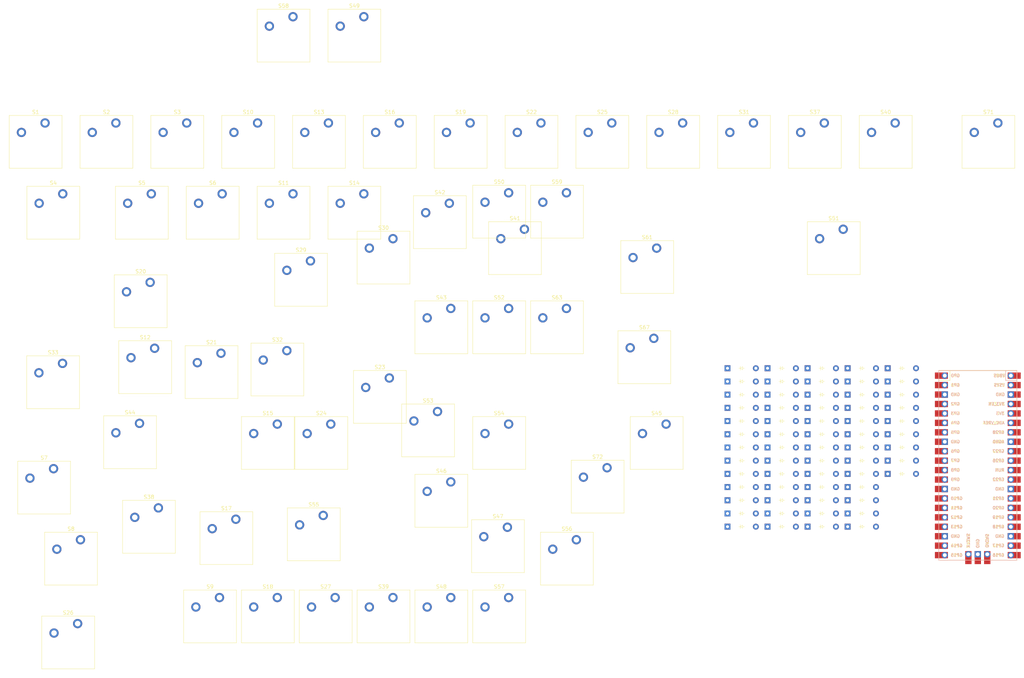
<source format=kicad_pcb>
(kicad_pcb (version 20240108) (generator "pcbnew") (generator_version "8.0")
  (layers (0 "F.Cu" signal) (31 "B.Cu" signal) (34 "B.Paste" user) (35 "F.Paste" user) (36 "B.SilkS" user "B.Silkscreen") (37 "F.SilkS" user "F.Silkscreen") (38 "B.Mask" user) (39 "F.Mask" user) (44 "Edge.Cuts" user))
  (net 0 "")
  (net 1 "Net-(D1-A)")
  (net 2 "row0")
  (net 3 "Net-(D2-A)")
  (net 4 "Net-(D3-A)")
  (net 5 "Net-(D4-A)")
  (net 6 "row1")
  (net 7 "Net-(D5-A)")
  (net 8 "Net-(D6-A)")
  (net 9 "Net-(D7-A)")
  (net 10 "row2")
  (net 11 "Net-(D8-A)")
  (net 12 "Net-(D9-A)")
  (net 13 "Net-(D10-A)")
  (net 14 "Net-(D11-A)")
  (net 15 "Net-(D12-A)")
  (net 16 "Net-(D13-A)")
  (net 17 "Net-(D14-A)")
  (net 18 "Net-(D15-A)")
  (net 19 "Net-(D16-A)")
  (net 20 "Net-(D17-A)")
  (net 21 "Net-(D18-A)")
  (net 22 "Net-(D19-A)")
  (net 23 "Net-(D20-A)")
  (net 24 "Net-(D21-A)")
  (net 25 "Net-(D22-A)")
  (net 26 "Net-(D23-A)")
  (net 27 "Net-(D24-A)")
  (net 28 "Net-(D25-A)")
  (net 29 "Net-(D26-A)")
  (net 30 "Net-(D27-A)")
  (net 31 "Net-(D28-A)")
  (net 32 "Net-(D29-A)")
  (net 33 "Net-(D30-A)")
  (net 34 "Net-(D31-A)")
  (net 35 "Net-(D32-A)")
  (net 36 "Net-(D33-A)")
  (net 37 "Net-(D37-A)")
  (net 38 "Net-(D38-A)")
  (net 39 "Net-(D39-A)")
  (net 40 "Net-(D40-A)")
  (net 41 "Net-(D41-A)")
  (net 42 "Net-(D42-A)")
  (net 43 "row3")
  (net 44 "Net-(D43-A)")
  (net 45 "Net-(D44-A)")
  (net 46 "row4")
  (net 47 "Net-(D45-A)")
  (net 48 "Net-(D46-A)")
  (net 49 "Net-(D47-A)")
  (net 50 "Net-(D48-A)")
  (net 51 "Net-(D49-A)")
  (net 52 "Net-(D50-A)")
  (net 53 "Net-(D51-A)")
  (net 54 "Net-(D52-A)")
  (net 55 "Net-(D53-A)")
  (net 56 "Net-(D54-A)")
  (net 57 "Net-(D55-A)")
  (net 58 "Net-(D56-A)")
  (net 59 "Net-(D57-A)")
  (net 60 "Net-(D58-A)")
  (net 61 "Net-(D59-A)")
  (net 62 "Net-(D61-A)")
  (net 63 "Net-(D63-A)")
  (net 64 "Net-(D67-A)")
  (net 65 "Net-(D71-A)")
  (net 66 "Net-(D72-A)")
  (net 67 "col0")
  (net 68 "col1")
  (net 69 "col2")
  (net 70 "col3")
  (net 71 "col4")
  (net 72 "col5")
  (net 73 "col6")
  (net 74 "col7")
  (net 75 "col8")
  (net 76 "col9")
  (net 77 "col10")
  (net 78 "col11")
  (net 79 "col12")
  (net 80 "col13")
  (footprint "ScottoKeebs_MX:MX_PCB_1.00u" (layer "F.Cu") (at 185.73 111.902)
    (property "Reference" "S67" (at 0 -8 0) (layer "F.SilkS"))
    (property "Value" "shiftright")
    (pad "" np_thru_hole circle (at -5.08 0) (size 1.75 1.75) (drill 1.75) (layers "*.Cu" "*.Mask"))
    (pad "" np_thru_hole circle (at 0 0) (size 4 4) (drill 4) (layers "*.Cu" "*.Mask"))
    (pad "" np_thru_hole circle (at 5.08 0) (size 1.75 1.75) (drill 1.75) (layers "*.Cu" "*.Mask"))
    (pad "1" thru_hole circle (at -3.81 -2.54) (size 2.5 2.5) (drill 1.5) (layers "*.Cu" "*.Mask") (net 78 "col11"))
    (pad "2" thru_hole circle (at 2.54 -5.08) (size 2.5 2.5) (drill 1.5) (layers "*.Cu" "*.Mask") (net 64 "Net-(D67-A)"))
  )
  (footprint "ScottoKeebs_Components:Diode_DO-35" (layer "F.Cu") (at 218.852 157.465)
    (property "Reference" "D26" (hide yes))
    (property "Value" "Diode" (hide yes))
    (pad "1" thru_hole rect (at 0 0) (size 1.6 1.6) (drill 0.8) (layers "*.Cu" "*.Mask") (net 6 "row1"))
    (pad "2" thru_hole oval (at 7.62 0) (size 1.6 1.6) (drill 0.8) (layers "*.Cu" "*.Mask") (net 29 "Net-(D26-A)"))
  )
  (footprint "ScottoKeebs_Components:Diode_DO-35" (layer "F.Cu") (at 229.622 146.815)
    (property "Reference" "D39" (hide yes))
    (property "Value" "Diode" (hide yes))
    (pad "1" thru_hole rect (at 0 0) (size 1.6 1.6) (drill 0.8) (layers "*.Cu" "*.Mask") (net 10 "row2"))
    (pad "2" thru_hole oval (at 7.62 0) (size 1.6 1.6) (drill 0.8) (layers "*.Cu" "*.Mask") (net 39 "Net-(D39-A)"))
  )
  (footprint "ScottoKeebs_Components:Diode_DO-35" (layer "F.Cu") (at 229.622 143.265)
    (property "Reference" "D38" (hide yes))
    (property "Value" "Diode" (hide yes))
    (pad "1" thru_hole rect (at 0 0) (size 1.6 1.6) (drill 0.8) (layers "*.Cu" "*.Mask") (net 6 "row1"))
    (pad "2" thru_hole oval (at 7.62 0) (size 1.6 1.6) (drill 0.8) (layers "*.Cu" "*.Mask") (net 38 "Net-(D38-A)"))
  )
  (footprint "ScottoKeebs_MX:MX_PCB_1.00u" (layer "F.Cu") (at 146.685 181.61)
    (property "Reference" "S57" (at 0 -8 0) (layer "F.SilkS"))
    (property "Value" "m")
    (pad "" np_thru_hole circle (at -5.08 0) (size 1.75 1.75) (drill 1.75) (layers "*.Cu" "*.Mask"))
    (pad "" np_thru_hole circle (at 0 0) (size 4 4) (drill 4) (layers "*.Cu" "*.Mask"))
    (pad "" np_thru_hole circle (at 5.08 0) (size 1.75 1.75) (drill 1.75) (layers "*.Cu" "*.Mask"))
    (pad "1" thru_hole circle (at -3.81 -2.54) (size 2.5 2.5) (drill 1.5) (layers "*.Cu" "*.Mask") (net 74 "col7"))
    (pad "2" thru_hole circle (at 2.54 -5.08) (size 2.5 2.5) (drill 1.5) (layers "*.Cu" "*.Mask") (net 59 "Net-(D57-A)"))
  )
  (footprint "ScottoKeebs_Components:Diode_DO-35" (layer "F.Cu") (at 251.162 121.965)
    (property "Reference" "D58" (hide yes))
    (property "Value" "Diode" (hide yes))
    (pad "1" thru_hole rect (at 0 0) (size 1.6 1.6) (drill 0.8) (layers "*.Cu" "*.Mask") (net 46 "row4"))
    (pad "2" thru_hole oval (at 7.62 0) (size 1.6 1.6) (drill 0.8) (layers "*.Cu" "*.Mask") (net 60 "Net-(D58-A)"))
  )
  (footprint "ScottoKeebs_MX:MX_PCB_1.00u" (layer "F.Cu") (at 136.327 53.99)
    (property "Reference" "S19" (at 0 -8 0) (layer "F.SilkS"))
    (property "Value" "6")
    (pad "" np_thru_hole circle (at -5.08 0) (size 1.75 1.75) (drill 1.75) (layers "*.Cu" "*.Mask"))
    (pad "" np_thru_hole circle (at 0 0) (size 4 4) (drill 4) (layers "*.Cu" "*.Mask"))
    (pad "" np_thru_hole circle (at 5.08 0) (size 1.75 1.75) (drill 1.75) (layers "*.Cu" "*.Mask"))
    (pad "1" thru_hole circle (at -3.81 -2.54) (size 2.5 2.5) (drill 1.5) (layers "*.Cu" "*.Mask") (net 73 "col6"))
    (pad "2" thru_hole circle (at 2.54 -5.08) (size 2.5 2.5) (drill 1.5) (layers "*.Cu" "*.Mask") (net 22 "Net-(D19-A)"))
  )
  (footprint "ScottoKeebs_Components:Diode_DO-35" (layer "F.Cu") (at 251.162 129.065)
    (property "Reference" "D61" (hide yes))
    (property "Value" "Diode" (hide yes))
    (pad "1" thru_hole rect (at 0 0) (size 1.6 1.6) (drill 0.8) (layers "*.Cu" "*.Mask") (net 43 "row3"))
    (pad "2" thru_hole oval (at 7.62 0) (size 1.6 1.6) (drill 0.8) (layers "*.Cu" "*.Mask") (net 62 "Net-(D61-A)"))
  )
  (footprint "ScottoKeebs_MX:MX_PCB_1.00u" (layer "F.Cu") (at 278.2495 53.99)
    (property "Reference" "S71" (at 0 -8 0) (layer "F.SilkS"))
    (property "Value" "backspace")
    (pad "" np_thru_hole circle (at -5.08 0) (size 1.75 1.75) (drill 1.75) (layers "*.Cu" "*.Mask"))
    (pad "" np_thru_hole circle (at 0 0) (size 4 4) (drill 4) (layers "*.Cu" "*.Mask"))
    (pad "" np_thru_hole circle (at 5.08 0) (size 1.75 1.75) (drill 1.75) (layers "*.Cu" "*.Mask"))
    (pad "1" thru_hole circle (at -3.81 -2.54) (size 2.5 2.5) (drill 1.5) (layers "*.Cu" "*.Mask") (net 80 "col13"))
    (pad "2" thru_hole circle (at 2.54 -5.08) (size 2.5 2.5) (drill 1.5) (layers "*.Cu" "*.Mask") (net 65 "Net-(D71-A)"))
  )
  (footprint "ScottoKeebs_MX:MX_PCB_1.00u" (layer "F.Cu") (at 164.902 166.06)
    (property "Reference" "S56" (at 0 -8 0) (layer "F.SilkS"))
    (property "Value" "page")
    (pad "" np_thru_hole circle (at -5.08 0) (size 1.75 1.75) (drill 1.75) (layers "*.Cu" "*.Mask"))
    (pad "" np_thru_hole circle (at 0 0) (size 4 4) (drill 4) (layers "*.Cu" "*.Mask"))
    (pad "" np_thru_hole circle (at 5.08 0) (size 1.75 1.75) (drill 1.75) (layers "*.Cu" "*.Mask"))
    (pad "1" thru_hole circle (at -3.81 -2.54) (size 2.5 2.5) (drill 1.5) (layers "*.Cu" "*.Mask") (net 73 "col6"))
    (pad "2" thru_hole circle (at 2.54 -5.08) (size 2.5 2.5) (drill 1.5) (layers "*.Cu" "*.Mask") (net 58 "Net-(D56-A)"))
  )
  (footprint "ScottoKeebs_Components:Diode_DO-35" (layer "F.Cu") (at 229.622 121.965)
    (property "Reference" "D29" (hide yes))
    (property "Value" "Diode" (hide yes))
    (pad "1" thru_hole rect (at 0 0) (size 1.6 1.6) (drill 0.8) (layers "*.Cu" "*.Mask") (net 6 "row1"))
    (pad "2" thru_hole oval (at 7.62 0) (size 1.6 1.6) (drill 0.8) (layers "*.Cu" "*.Mask") (net 32 "Net-(D29-A)"))
  )
  (footprint "ScottoKeebs_MX:MX_PCB_1.00u" (layer "F.Cu") (at 84.485 134.96)
    (property "Reference" "S15" (at 0 -8 0) (layer "F.SilkS"))
    (property "Value" "f")
    (pad "" np_thru_hole circle (at -5.08 0) (size 1.75 1.75) (drill 1.75) (layers "*.Cu" "*.Mask"))
    (pad "" np_thru_hole circle (at 0 0) (size 4 4) (drill 4) (layers "*.Cu" "*.Mask"))
    (pad "" np_thru_hole circle (at 5.08 0) (size 1.75 1.75) (drill 1.75) (layers "*.Cu" "*.Mask"))
    (pad "1" thru_hole circle (at -3.81 -2.54) (size 2.5 2.5) (drill 1.5) (layers "*.Cu" "*.Mask") (net 71 "col4"))
    (pad "2" thru_hole circle (at 2.54 -5.08) (size 2.5 2.5) (drill 1.5) (layers "*.Cu" "*.Mask") (net 18 "Net-(D15-A)"))
  )
  (footprint "ScottoKeebs_MX:MX_PCB_1.00u" (layer "F.Cu") (at 146.685 72.76)
    (property "Reference" "S50" (at 0 -8 0) (layer "F.SilkS"))
    (property "Value" "space")
    (pad "" np_thru_hole circle (at -5.08 0) (size 1.75 1.75) (drill 1.75) (layers "*.Cu" "*.Mask"))
    (pad "" np_thru_hole circle (at 0 0) (size 4 4) (drill 4) (layers "*.Cu" "*.Mask"))
    (pad "" np_thru_hole circle (at 5.08 0) (size 1.75 1.75) (drill 1.75) (layers "*.Cu" "*.Mask"))
    (pad "1" thru_hole circle (at -3.81 -2.54) (size 2.5 2.5) (drill 1.5) (layers "*.Cu" "*.Mask") (net 70 "col3"))
    (pad "2" thru_hole circle (at 2.54 -5.08) (size 2.5 2.5) (drill 1.5) (layers "*.Cu" "*.Mask") (net 52 "Net-(D50-A)"))
  )
  (footprint "ScottoKeebs_MX:MX_PCB_1.00u" (layer "F.Cu") (at 52.507 157.495)
    (property "Reference" "S38" (at 0 -8 0) (layer "F.SilkS"))
    (property "Value" "[")
    (pad "" np_thru_hole circle (at -5.08 0) (size 1.75 1.75) (drill 1.75) (layers "*.Cu" "*.Mask"))
    (pad "" np_thru_hole circle (at 0 0) (size 4 4) (drill 4) (layers "*.Cu" "*.Mask"))
    (pad "" np_thru_hole circle (at 5.08 0) (size 1.75 1.75) (drill 1.75) (layers "*.Cu" "*.Mask"))
    (pad "1" thru_hole circle (at -3.81 -2.54) (size 2.5 2.5) (drill 1.5) (layers "*.Cu" "*.Mask") (net 78 "col11"))
    (pad "2" thru_hole circle (at 2.54 -5.08) (size 2.5 2.5) (drill 1.5) (layers "*.Cu" "*.Mask") (net 38 "Net-(D38-A)"))
  )
  (footprint "ScottoKeebs_Components:Diode_DO-35" (layer "F.Cu") (at 229.622 136.165)
    (property "Reference" "D33" (hide yes))
    (property "Value" "Diode" (hide yes))
    (pad "1" thru_hole rect (at 0 0) (size 1.6 1.6) (drill 0.8) (layers "*.Cu" "*.Mask") (net 10 "row2"))
    (pad "2" thru_hole oval (at 7.62 0) (size 1.6 1.6) (drill 0.8) (layers "*.Cu" "*.Mask") (net 36 "Net-(D33-A)"))
  )
  (footprint "ScottoKeebs_Components:Diode_DO-35" (layer "F.Cu") (at 208.082 132.615)
    (property "Reference" "D6" (hide yes))
    (property "Value" "Diode" (hide yes))
    (pad "1" thru_hole rect (at 0 0) (size 1.6 1.6) (drill 0.8) (layers "*.Cu" "*.Mask") (net 6 "row1"))
    (pad "2" thru_hole oval (at 7.62 0) (size 1.6 1.6) (drill 0.8) (layers "*.Cu" "*.Mask") (net 8 "Net-(D6-A)"))
  )
  (footprint "ScottoKeebs_Components:Diode_DO-35" (layer "F.Cu") (at 208.082 121.965)
    (property "Reference" "D3" (hide yes))
    (property "Value" "Diode" (hide yes))
    (pad "1" thru_hole rect (at 0 0) (size 1.6 1.6) (drill 0.8) (layers "*.Cu" "*.Mask") (net 2 "row0"))
    (pad "2" thru_hole oval (at 7.62 0) (size 1.6 1.6) (drill 0.8) (layers "*.Cu" "*.Mask") (net 4 "Net-(D3-A)"))
  )
  (footprint "ScottoKeebs_MX:MX_PCB_1.00u" (layer "F.Cu") (at 250.627 53.99)
    (property "Reference" "S40" (at 0 -8 0) (layer "F.SilkS"))
    (property "Value" "=")
    (pad "" np_thru_hole circle (at -5.08 0) (size 1.75 1.75) (drill 1.75) (layers "*.Cu" "*.Mask"))
    (pad "" np_thru_hole circle (at 0 0) (size 4 4) (drill 4) (layers "*.Cu" "*.Mask"))
    (pad "" np_thru_hole circle (at 5.08 0) (size 1.75 1.75) (drill 1.75) (layers "*.Cu" "*.Mask"))
    (pad "1" thru_hole circle (at -3.81 -2.54) (size 2.5 2.5) (drill 1.5) (layers "*.Cu" "*.Mask") (net 79 "col12"))
    (pad "2" thru_hole circle (at 2.54 -5.08) (size 2.5 2.5) (drill 1.5) (layers "*.Cu" "*.Mask") (net 40 "Net-(D40-A)"))
  )
  (footprint "ScottoKeebs_MX:MX_PCB_1.00u" (layer "F.Cu") (at 115.585 85.105)
    (property "Reference" "S30" (at 0 -8 0) (layer "F.SilkS"))
    (property "Value" "l")
    (pad "" np_thru_hole circle (at -5.08 0) (size 1.75 1.75) (drill 1.75) (layers "*.Cu" "*.Mask"))
    (pad "" np_thru_hole circle (at 0 0) (size 4 4) (drill 4) (layers "*.Cu" "*.Mask"))
    (pad "" np_thru_hole circle (at 5.08 0) (size 1.75 1.75) (drill 1.75) (layers "*.Cu" "*.Mask"))
    (pad "1" thru_hole circle (at -3.81 -2.54) (size 2.5 2.5) (drill 1.5) (layers "*.Cu" "*.Mask") (net 76 "col9"))
    (pad "2" thru_hole circle (at 2.54 -5.08) (size 2.5 2.5) (drill 1.5) (layers "*.Cu" "*.Mask") (net 33 "Net-(D30-A)"))
  )
  (footprint "ScottoKeebs_MX:MX_PCB_1.00u" (layer "F.Cu") (at 131.135 150.51)
    (property "Reference" "S46" (at 0 -8 0) (layer "F.SilkS"))
    (property "Value" "windows")
    (pad "" np_thru_hole circle (at -5.08 0) (size 1.75 1.75) (drill 1.75) (layers "*.Cu" "*.Mask"))
    (pad "" np_thru_hole circle (at 0 0) (size 4 4) (drill 4) (layers "*.Cu" "*.Mask"))
    (pad "" np_thru_hole circle (at 5.08 0) (size 1.75 1.75) (drill 1.75) (layers "*.Cu" "*.Mask"))
    (pad "1" thru_hole circle (at -3.81 -2.54) (size 2.5 2.5) (drill 1.5) (layers "*.Cu" "*.Mask") (net 68 "col1"))
    (pad "2" thru_hole circle (at 2.54 -5.08) (size 2.5 2.5) (drill 1.5) (layers "*.Cu" "*.Mask") (net 48 "Net-(D46-A)"))
  )
  (footprint "ScottoKeebs_Components:Diode_DO-35" (layer "F.Cu") (at 229.622 132.615)
    (property "Reference" "D32" (hide yes))
    (property "Value" "Diode" (hide yes))
    (pad "1" thru_hole rect (at 0 0) (size 1.6 1.6) (drill 0.8) (layers "*.Cu" "*.Mask") (net 6 "row1"))
    (pad "2" thru_hole oval (at 7.62 0) (size 1.6 1.6) (drill 0.8) (layers "*.Cu" "*.Mask") (net 35 "Net-(D32-A)"))
  )
  (footprint "ScottoKeebs_Components:Diode_DO-35" (layer "F.Cu") (at 208.082 125.515)
    (property "Reference" "D4" (hide yes))
    (property "Value" "Diode" (hide yes))
    (pad "1" thru_hole rect (at 0 0) (size 1.6 1.6) (drill 0.8) (layers "*.Cu" "*.Mask") (net 6 "row1"))
    (pad "2" thru_hole oval (at 7.62 0) (size 1.6 1.6) (drill 0.8) (layers "*.Cu" "*.Mask") (net 5 "Net-(D4-A)"))
  )
  (footprint "ScottoKeebs_MX:MX_PCB_1.00u" (layer "F.Cu") (at 131.135 103.86)
    (property "Reference" "S43" (at 0 -8 0) (layer "F.SilkS"))
    (property "Value" "shift")
    (pad "" np_thru_hole circle (at -5.08 0) (size 1.75 1.75) (drill 1.75) (layers "*.Cu" "*.Mask"))
    (pad "" np_thru_hole circle (at 0 0) (size 4 4) (drill 4) (layers "*.Cu" "*.Mask"))
    (pad "" np_thru_hole circle (at 5.08 0) (size 1.75 1.75) (drill 1.75) (layers "*.Cu" "*.Mask"))
    (pad "1" thru_hole circle (at -3.81 -2.54) (size 2.5 2.5) (drill 1.5) (layers "*.Cu" "*.Mask") (net 67 "col0"))
    (pad "2" thru_hole circle (at 2.54 -5.08) (size 2.5 2.5) (drill 1.5) (layers "*.Cu" "*.Mask") (net 44 "Net-(D43-A)"))
  )
  (footprint "ScottoKeebs_Components:Diode_DO-35" (layer "F.Cu") (at 240.392 136.165)
    (property "Reference" "D49" (hide yes))
    (property "Value" "Diode" (hide yes))
    (pad "1" thru_hole rect (at 0 0) (size 1.6 1.6) (drill 0.8) (layers "*.Cu" "*.Mask") (net 43 "row3"))
    (pad "2" thru_hole oval (at 7.62 0) (size 1.6 1.6) (drill 0.8) (layers "*.Cu" "*.Mask") (net 51 "Net-(D49-A)"))
  )
  (footprint "ScottoKeebs_MX:MX_PCB_1.00u" (layer "F.Cu") (at 93.401 91.074)
    (property "Reference" "S29" (at 0 -8 0) (layer "F.SilkS"))
    (property "Value" "o")
    (pad "" np_thru_hole circle (at -5.08 0) (size 1.75 1.75) (drill 1.75) (layers "*.Cu" "*.Mask"))
    (pad "" np_thru_hole circle (at 0 0) (size 4 4) (drill 4) (layers "*.Cu" "*.Mask"))
    (pad "" np_thru_hole circle (at 5.08 0) (size 1.75 1.75) (drill 1.75) (layers "*.Cu" "*.Mask"))
    (pad "1" thru_hole circle (at -3.81 -2.54) (size 2.5 2.5) (drill 1.5) (layers "*.Cu" "*.Mask") (net 76 "col9"))
    (pad "2" thru_hole circle (at 2.54 -5.08) (size 2.5 2.5) (drill 1.5) (layers "*.Cu" "*.Mask") (net 32 "Net-(D29-A)"))
  )
  (footprint "ScottoKeebs_MX:MX_PCB_1.00u" (layer "F.Cu") (at 115.585 181.61)
    (property "Reference" "S39" (at 0 -8 0) (layer "F.SilkS"))
    (property "Value" "'")
    (pad "" np_thru_hole circle (at -5.08 0) (size 1.75 1.75) (drill 1.75) (layers "*.Cu" "*.Mask"))
    (pad "" np_thru_hole circle (at 0 0) (size 4 4) (drill 4) (layers "*.Cu" "*.Mask"))
    (pad "" np_thru_hole circle (at 5.08 0) (size 1.75 1.75) (drill 1.75) (layers "*.Cu" "*.Mask"))
    (pad "1" thru_hole circle (at -3.81 -2.54) (size 2.5 2.5) (drill 1.5) (layers "*.Cu" "*.Mask") (net 78 "col11"))
    (pad "2" thru_hole circle (at 2.54 -5.08) (size 2.5 2.5) (drill 1.5) (layers "*.Cu" "*.Mask") (net 39 "Net-(D39-A)"))
  )
  (footprint "ScottoKeebs_MX:MX_PCB_1.00u" (layer "F.Cu") (at 98.227 53.99)
    (property "Reference" "S13" (at 0 -8 0) (layer "F.SilkS"))
    (property "Value" "4")
    (pad "" np_thru_hole circle (at -5.08 0) (size 1.75 1.75) (drill 1.75) (layers "*.Cu" "*.Mask"))
    (pad "" np_thru_hole circle (at 0 0) (size 4 4) (drill 4) (layers "*.Cu" "*.Mask"))
    (pad "" np_thru_hole circle (at 5.08 0) (size 1.75 1.75) (drill 1.75) (layers "*.Cu" "*.Mask"))
    (pad "1" thru_hole circle (at -3.81 -2.54) (size 2.5 2.5) (drill 1.5) (layers "*.Cu" "*.Mask") (net 71 "col4"))
    (pad "2" thru_hole circle (at 2.54 -5.08) (size 2.5 2.5) (drill 1.5) (layers "*.Cu" "*.Mask") (net 16 "Net-(D13-A)"))
  )
  (footprint "ScottoKeebs_Components:Diode_DO-35" (layer "F.Cu") (at 218.852 153.915)
    (property "Reference" "D25" (hide yes))
    (property "Value" "Diode" (hide yes))
    (pad "1" thru_hole rect (at 0 0) (size 1.6 1.6) (drill 0.8) (layers "*.Cu" "*.Mask") (net 2 "row0"))
    (pad "2" thru_hole oval (at 7.62 0) (size 1.6 1.6) (drill 0.8) (layers "*.Cu" "*.Mask") (net 28 "Net-(D25-A)"))
  )
  (footprint "ScottoKeebs_MX:MX_PCB_1.00u" (layer "F.Cu") (at 96.83 159.527)
    (property "Reference" "S55" (at 0 -8 0) (layer "F.SilkS"))
    (property "Value" "n")
    (pad "" np_thru_hole circle (at -5.08 0) (size 1.75 1.75) (drill 1.75) (layers "*.Cu" "*.Mask"))
    (pad "" np_thru_hole circle (at 0 0) (size 4 4) (drill 4) (layers "*.Cu" "*.Mask"))
    (pad "" np_thru_hole circle (at 5.08 0) (size 1.75 1.75) (drill 1.75) (layers "*.Cu" "*.Mask"))
    (pad "1" thru_hole circle (at -3.81 -2.54) (size 2.5 2.5) (drill 1.5) (layers "*.Cu" "*.Mask") (net 73 "col6"))
    (pad "2" thru_hole circle (at 2.54 -5.08) (size 2.5 2.5) (drill 1.5) (layers "*.Cu" "*.Mask") (net 57 "Net-(D55-A)"))
  )
  (footprint "ScottoKeebs_MX:MX_PCB_1.00u" (layer "F.Cu") (at 41.077 53.99)
    (property "Reference" "S2" (at 0 -8 0) (layer "F.SilkS"))
    (property "Value" "1")
    (pad "" np_thru_hole circle (at -5.08 0) (size 1.75 1.75) (drill 1.75) (layers "*.Cu" "*.Mask"))
    (pad "" np_thru_hole circle (at 0 0) (size 4 4) (drill 4) (layers "*.Cu" "*.Mask"))
    (pad "" np_thru_hole circle (at 5.08 0) (size 1.75 1.75) (drill 1.75) (layers "*.Cu" "*.Mask"))
    (pad "1" thru_hole circle (at -3.81 -2.54) (size 2.5 2.5) (drill 1.5) (layers "*.Cu" "*.Mask") (net 68 "col1"))
    (pad "2" thru_hole circle (at 2.54 -5.08) (size 2.5 2.5) (drill 1.5) (layers "*.Cu" "*.Mask") (net 3 "Net-(D2-A)"))
  )
  (footprint "ScottoKeebs_Components:Diode_DO-35" (layer "F.Cu") (at 229.622 150.365)
    (property "Reference" "D40" (hide yes))
    (property "Value" "Diode" (hide yes))
    (pad "1" thru_hole rect (at 0 0) (size 1.6 1.6) (drill 0.8) (layers "*.Cu" "*.Mask") (net 2 "row0"))
    (pad "2" thru_hole oval (at 7.62 0) (size 1.6 1.6) (drill 0.8) (layers "*.Cu" "*.Mask") (net 40 "Net-(D40-A)"))
  )
  (footprint "ScottoKeebs_Components:Diode_DO-35" (layer "F.Cu") (at 240.392 125.515)
    (property "Reference" "D46" (hide yes))
    (property "Value" "Diode" (hide yes))
    (pad "1" thru_hole rect (at 0 0) (size 1.6 1.6) (drill 0.8) (layers "*.Cu" "*.Mask") (net 46 "row4"))
    (pad "2" thru_hole oval (at 7.62 0) (size 1.6 1.6) (drill 0.8) (layers "*.Cu" "*.Mask") (net 48 "Net-(D46-A)"))
  )
  (footprint "ScottoKeebs_MX:MX_PCB_1.00u" (layer "F.Cu") (at 117.277 53.99)
    (property "Reference" "S16" (at 0 -8 0) (layer "F.SilkS"))
    (property "Value" "5")
    (pad "" np_thru_hole circle (at -5.08 0) (size 1.75 1.75) (drill 1.75) (layers "*.Cu" "*.Mask"))
    (pad "" np_thru_hole circle (at 0 0) (size 4 4) (drill 4) (layers "*.Cu" "*.Mask"))
    (pad "" np_thru_hole circle (at 5.08 0) (size 1.75 1.75) (drill 1.75) (layers "*.Cu" "*.Mask"))
    (pad "1" thru_hole circle (at -3.81 -2.54) (size 2.5 2.5) (drill 1.5) (layers "*.Cu" "*.Mask") (net 72 "col5"))
    (pad "2" thru_hole circle (at 2.54 -5.08) (size 2.5 2.5) (drill 1.5) (layers "*.Cu" "*.Mask") (net 19 "Net-(D16-A)"))
  )
  (footprint "ScottoKeebs_MX:MX_PCB_1.00u" (layer "F.Cu") (at 50.2845 96.8525)
    (property "Reference" "S20" (at 0 -8 0) (layer "F.SilkS"))
    (property "Value" "y")
    (pad "" np_thru_hole circle (at -5.08 0) (size 1.75 1.75) (drill 1.75) (layers "*.Cu" "*.Mask"))
    (pad "" np_thru_hole circle (at 0 0) (size 4 4) (drill 4) (layers "*.Cu" "*.Mask"))
    (pad "" np_thru_hole circle (at 5.08 0) (size 1.75 1.75) (drill 1.75) (layers "*.Cu" "*.Mask"))
    (pad "1" thru_hole circle (at -3.81 -2.54) (size 2.5 2.5) (drill 1.5) (layers "*.Cu" "*.Mask") (net 73 "col6"))
    (pad "2" thru_hole circle (at 2.54 -5.08) (size 2.5 2.5) (drill 1.5) (layers "*.Cu" "*.Mask") (net 23 "Net-(D20-A)"))
  )
  (footprint "ScottoKeebs_Components:Diode_DO-35" (layer "F.Cu") (at 208.082 129.065)
    (property "Reference" "D5" (hide yes))
    (property "Value" "Diode" (hide yes))
    (pad "1" thru_hole rect (at 0 0) (size 1.6 1.6) (drill 0.8) (layers "*.Cu" "*.Mask") (net 6 "row1"))
    (pad "2" thru_hole oval (at 7.62 0) (size 1.6 1.6) (drill 0.8) (layers "*.Cu" "*.Mask") (net 7 "Net-(D5-A)"))
  )
  (footprint "ScottoKeebs_Components:Diode_DO-35" (layer "F.Cu") (at 208.082 153.915)
    (property "Reference" "D12" (hide yes))
    (property "Value" "Diode" (hide yes))
    (pad "1" thru_hole rect (at 0 0) (size 1.6 1.6) (drill 0.8) (layers "*.Cu" "*.Mask") (net 10 "row2"))
    (pad "2" thru_hole oval (at 7.62 0) (size 1.6 1.6) (drill 0.8) (layers "*.Cu" "*.Mask") (net 15 "Net-(D12-A)"))
  )
  (footprint "ScottoKeebs_MX:MX_PCB_1.00u" (layer "F.Cu") (at 26.726 118.633)
    (property "Reference" "S33" (at 0 -8 0) (layer "F.SilkS"))
    (property "Value" ";")
    (pad "" np_thru_hole circle (at -5.08 0) (size 1.75 1.75) (drill 1.75) (layers "*.Cu" "*.Mask"))
    (pad "" np_thru_hole circle (at 0 0) (size 4 4) (drill 4) (layers "*.Cu" "*.Mask"))
    (pad "" np_thru_hole circle (at 5.08 0) (size 1.75 1.75) (drill 1.75) (layers "*.Cu" "*.Mask"))
    (pad "1" thru_hole circle (at -3.81 -2.54) (size 2.5 2.5) (drill 1.5) (layers "*.Cu" "*.Mask") (net 77 "col10"))
    (pad "2" thru_hole circle (at 2.54 -5.08) (size 2.5 2.5) (drill 1.5) (layers "*.Cu" "*.Mask") (net 36 "Net-(D33-A)"))
  )
  (footprint "ScottoKeebs_Components:Diode_DO-35" (layer "F.Cu") (at 251.162 118.415)
    (property "Reference" "D57" (hide yes))
    (property "Value" "Diode" (hide yes))
    (pad "1" thru_hole rect (at 0 0) (size 1.6 1.6) (drill 0.8) (layers "*.Cu" "*.Mask") (net 43 "row3"))
    (pad "2" thru_hole oval (at 7.62 0) (size 1.6 1.6) (drill 0.8) (layers "*.Cu" "*.Mask") (net 59 "Net-(D57-A)"))
  )
  (footprint "ScottoKeebs_MX:MX_PCB_1.00u" (layer "F.Cu") (at 69.652 73.04)
    (property "Reference" "S6" (at 0 -8 0) (layer "F.SilkS"))
    (property "Value" "w")
    (pad "" np_thru_hole circle (at -5.08 0) (size 1.75 1.75) (drill 1.75) (layers "*.Cu" "*.Mask"))
    (pad "" np_thru_hole circle (at 0 0) (size 4 4) (drill 4) (layers "*.Cu" "*.Mask"))
    (pad "" np_thru_hole circle (at 5.08 0) (size 1.75 1.75) (drill 1.75) (layers "*.Cu" "*.Mask"))
    (pad "1" thru_hole circle (at -3.81 -2.54) (size 2.5 2.5) (drill 1.5) (layers "*.Cu" "*.Mask") (net 69 "col2"))
    (pad "2" thru_hole circle (at 2.54 -5.08) (size 2.5 2.5) (drill 1.5) (layers "*.Cu" "*.Mask") (net 8 "Net-(D6-A)"))
  )
  (footprint "ScottoKeebs_Components:Diode_DO-35" (layer "F.Cu") (at 218.852 150.365)
    (property "Reference" "D24" (hide yes))
    (property "Value" "Diode" (hide yes))
    (pad "1" thru_hole rect (at 0 0) (size 1.6 1.6) (drill 0.8) (layers "*.Cu" "*.Mask") (net 10 "row2"))
    (pad "2" thru_hole oval (at 7.62 0) (size 1.6 1.6) (drill 0.8) (layers "*.Cu" "*.Mask") (net 27 "Net-(D24-A)"))
  )
  (footprint "ScottoKeebs_MX:MX_PCB_1.00u" (layer "F.Cu") (at 107.752 73.04)
    (property "Reference" "S14" (at 0 -8 0) (layer "F.SilkS"))
    (property "Value" "r")
    (pad "" np_thru_hole circle (at -5.08 0) (size 1.75 1.75) (drill 1.75) (layers "*.Cu" "*.Mask"))
    (pad "" np_thru_hole circle (at 0 0) (size 4 4) (drill 4) (layers "*.Cu" "*.Mask"))
    (pad "" np_thru_hole circle (at 5.08 0) (size 1.75 1.75) (drill 1.75) (layers "*.Cu" "*.Mask"))
    (pad "1" thru_hole circle (at -3.81 -2.54) (size 2.5 2.5) (drill 1.5) (layers "*.Cu" "*.Mask") (net 71 "col4"))
    (pad "2" thru_hole circle (at 2.54 -5.08) (size 2.5 2.5) (drill 1.5) (layers "*.Cu" "*.Mask") (net 17 "Net-(D14-A)"))
  )
  (footprint "ScottoKeebs_MX:MX_PCB_1.00u" (layer "F.Cu") (at 130.739 75.58)
    (property "Reference" "S42" (at 0 -8 0) (layer "F.SilkS"))
    (property "Value" "enter")
    (pad "" np_thru_hole circle (at -5.08 0) (size 1.75 1.75) (drill 1.75) (layers "*.Cu" "*.Mask"))
    (pad "" np_thru_hole circle (at 0 0) (size 4 4) (drill 4) (layers "*.Cu" "*.Mask"))
    (pad "" np_thru_hole circle (at 5.08 0) (size 1.75 1.75) (drill 1.75) (layers "*.Cu" "*.Mask"))
    (pad "1" thru_hole circle (at -3.81 -2.54) (size 2.5 2.5) (drill 1.5) (layers "*.Cu" "*.Mask") (net 79 "col12"))
    (pad "2" thru_hole circle (at 2.54 -5.08) (size 2.5 2.5) (drill 1.5) (layers "*.Cu" "*.Mask") (net 42 "Net-(D42-A)"))
  )
  (footprint "ScottoKeebs_MX:MX_PCB_1.00u" (layer "F.Cu") (at 60.127 53.99)
    (property "Reference" "S3" (at 0 -8 0) (layer "F.SilkS"))
    (property "Value" "2")
    (pad "" np_thru_hole circle (at -5.08 0) (size 1.75 1.75) (drill 1.75) (layers "*.Cu" "*.Mask"))
    (pad "" np_thru_hole circle (at 0 0) (size 4 4) (drill 4) (layers "*.Cu" "*.Mask"))
    (pad "" np_thru_hole circle (at 5.08 0) (size 1.75 1.75) (drill 1.75) (layers "*.Cu" "*.Mask"))
    (pad "1" thru_hole circle (at -3.81 -2.54) (size 2.5 2.5) (drill 1.5) (layers "*.Cu" "*.Mask") (net 69 "col2"))
    (pad "2" thru_hole circle (at 2.54 -5.08) (size 2.5 2.5) (drill 1.5) (layers "*.Cu" "*.Mask") (net 4 "Net-(D3-A)"))
  )
  (footprint "ScottoKeebs_MX:MX_PCB_1.00u" (layer "F.Cu") (at 24.313 146.954)
    (property "Reference" "S7" (at 0 -8 0) (layer "F.SilkS"))
    (property "Value" "caps")
    (pad "" np_thru_hole circle (at -5.08 0) (size 1.75 1.75) (drill 1.75) (layers "*.Cu" "*.Mask"))
    (pad "" np_thru_hole circle (at 0 0) (size 4 4) (drill 4) (layers "*.Cu" "*.Mask"))
    (pad "" np_thru_hole circle (at 5.08 0) (size 1.75 1.75) (drill 1.75) (layers "*.Cu" "*.Mask"))
    (pad "1" thru_hole circle (at -3.81 -2.54) (size 2.5 2.5) (drill 1.5) (layers "*.Cu" "*.Mask") (net 67 "col0"))
    (pad "2" thru_hole circle (at 2.54 -5.08) (size 2.5 2.5) (drill 1.5) (layers "*.Cu" "*.Mask") (net 9 "Net-(D7-A)"))
  )
  (footprint "ScottoKeebs_MX:MX_PCB_1.00u" (layer "F.Cu") (at 146.685 103.86)
    (property "Reference" "S52" (at 0 -8 0) (layer "F.SilkS"))
    (property "Value" "altright")
    (pad "" np_thru_hole circle (at -5.08 0) (size 1.75 1.75) (drill 1.75) (layers "*.Cu" "*.Mask"))
    (pad "" np_thru_hole circle (at 0 0) (size 4 4) (drill 4) (layers "*.Cu" "*.Mask"))
    (pad "" np_thru_hole circle (at 5.08 0) (size 1.75 1.75) (drill 1.75) (layers "*.Cu" "*.Mask"))
    (pad "1" thru_hole circle (at -3.81 -2.54) (size 2.5 2.5) (drill 1.5) (layers "*.Cu" "*.Mask") (net 71 "col4"))
    (pad "2" thru_hole circle (at 2.54 -5.08) (size 2.5 2.5) (drill 1.5) (layers "*.Cu" "*.Mask") (net 54 "Net-(D52-A)"))
  )
  (footprint "ScottoKeebs_MX:MX_PCB_1.00u" (layer "F.Cu") (at 84.485 181.61)
    (property "Reference" "S18" (at 0 -8 0) (layer "F.SilkS"))
    (property "Value" "g")
    (pad "" np_thru_hole circle (at -5.08 0) (size 1.75 1.75) (drill 1.75) (layers "*.Cu" "*.Mask"))
    (pad "" np_thru_hole circle (at 0 0) (size 4 4) (drill 4) (layers "*.Cu" "*.Mask"))
    (pad "" np_thru_hole circle (at 5.08 0) (size 1.75 1.75) (drill 1.75) (layers "*.Cu" "*.Mask"))
    (pad "1" thru_hole circle (at -3.81 -2.54) (size 2.5 2.5) (drill 1.5) (layers "*.Cu" "*.Mask") (net 72 "col5"))
    (pad "2" thru_hole circle (at 2.54 -5.08) (size 2.5 2.5) (drill 1.5) (layers "*.Cu" "*.Mask") (net 21 "Net-(D18-A)"))
  )
  (footprint "ScottoKeebs_MX:MX_PCB_1.00u" (layer "F.Cu") (at 47.427 134.762)
    (property "Reference" "S44" (at 0 -8 0) (layer "F.SilkS"))
    (property "Value" "ctrl")
    (pad "" np_thru_hole circle (at -5.08 0) (size 1.75 1.75) (drill 1.75) (layers "*.Cu" "*.Mask"))
    (pad "" np_thru_hole circle (at 0 0) (size 4 4) (drill 4) (layers "*.Cu" "*.Mask"))
    (pad "" np_thru_hole circle (at 5.08 0) (size 1.75 1.75) (drill 1.75) (layers "*.Cu" "*.Mask"))
    (pad "1" thru_hole circle (at -3.81 -2.54) (size 2.5 2.5) (drill 1.5) (layers "*.Cu" "*.Mask") (net 67 "col0"))
    (pad "2" thru_hole circle (at 2.54 -5.08) (size 2.5 2.5) (drill 1.5) (layers "*.Cu" "*.Mask") (net 45 "Net-(D44-A)"))
  )
  (footprint "ScottoKeebs_Components:Diode_DO-35" (layer "F.Cu") (at 251.162 125.515)
    (property "Reference" "D59" (hide yes))
    (property "Value" "Diode" (hide yes))
    (pad "1" thru_hole rect (at 0 0) (size 1.6 1.6) (drill 0.8) (layers "*.Cu" "*.Mask") (net 43 "row3"))
    (pad "2" thru_hole oval (at 7.62 0) (size 1.6 1.6) (drill 0.8) (layers "*.Cu" "*.Mask") (net 61 "Net-(D59-A)"))
  )
  (footprint "ScottoKeebs_Components:Diode_DO-35" (layer "F.Cu") (at 208.082 114.865)
    (property "Reference" "D1" (hide yes))
    (property "Value" "Diode" (hide yes))
    (pad "1" thru_hole rect (at 0 0) (size 1.6 1.6) (drill 0.8) (layers "*.Cu" "*.Mask") (net 2 "row0"))
    (pad "2" thru_hole oval (at 7.62 0) (size 1.6 1.6) (drill 0.8) (layers "*.Cu" "*.Mask") (net 1 "Net-(D1-A)"))
  )
  (footprint "ScottoKeebs_MX:MX_PCB_1.00u" (layer "F.Cu") (at 88.702 25.415)
    (property "Reference" "S58" (at 0 -8 0) (layer "F.SilkS"))
    (property "Value" "ctrlright")
    (pad "" np_thru_hole circle (at -5.08 0) (size 1.75 1.75) (drill 1.75) (layers "*.Cu" "*.Mask"))
    (pad "" np_thru_hole circle (at 0 0) (size 4 4) (drill 4) (layers "*.Cu" "*.Mask"))
    (pad "" np_thru_hole circle (at 5.08 0) (size 1.75 1.75) (drill 1.75) (layers "*.Cu" "*.Mask"))
    (pad "1" thru_hole circle (at -3.81 -2.54) (size 2.5 2.5) (drill 1.5) (layers "*.Cu" "*.Mask") (net 74 "col7"))
    (pad "2" thru_hole circle (at 2.54 -5.08) (size 2.5 2.5) (drill 1.5) (layers "*.Cu" "*.Mask") (net 60 "Net-(D58-A)"))
  )
  (footprint "ScottoKeebs_MX:MX_PCB_1.00u" (layer "F.Cu") (at 236.657 82.565)
    (property "Reference" "S51" (at 0 -8 0) (layer "F.SilkS"))
    (property "Value" "v")
    (pad "" np_thru_hole circle (at -5.08 0) (size 1.75 1.75) (drill 1.75) (layers "*.Cu" "*.Mask"))
    (pad "" np_thru_hole circle (at 0 0) (size 4 4) (drill 4) (layers "*.Cu" "*.Mask"))
    (pad "" np_thru_hole circle (at 5.08 0) (size 1.75 1.75) (drill 1.75) (layers "*.Cu" "*.Mask"))
    (pad "1" thru_hole circle (at -3.81 -2.54) (size 2.5 2.5) (drill 1.5) (layers "*.Cu" "*.Mask") (net 71 "col4"))
    (pad "2" thru_hole circle (at 2.54 -5.08) (size 2.5 2.5) (drill 1.5) (layers "*.Cu" "*.Mask") (net 53 "Net-(D51-A)"))
  )
  (footprint "ScottoKeebs_Components:Diode_DO-35" (layer "F.Cu") (at 240.392 150.365)
    (property "Reference" "D53" (hide yes))
    (property "Value" "Diode" (hide yes))
    (pad "1" thru_hole rect (at 0 0) (size 1.6 1.6) (drill 0.8) (layers "*.Cu" "*.Mask") (net 43 "row3"))
    (pad "2" thru_hole oval (at 7.62 0) (size 1.6 1.6) (drill 0.8) (layers "*.Cu" "*.Mask") (net 55 "Net-(D53-A)"))
  )
  (footprint "ScottoKeebs_MX:MX_PCB_1.00u" (layer "F.Cu") (at 68.935 181.61)
    (property "Reference" "S9" (at 0 -8 0) (layer "F.SilkS"))
    (property "Value" "s")
    (pad "" np_thru_hole circle (at -5.08 0) (size 1.75 1.75) (drill 1.75) (layers "*.Cu" "*.Mask"))
    (pad "" np_thru_hole circle (at 0 0) (size 4 4) (drill 4) (layers "*.Cu" "*.Mask"))
    (pad "" np_thru_hole circle (at 5.08 0) (size 1.75 1.75) (drill 1.75) (layers "*.Cu" "*.Mask"))
    (pad "1" thru_hole circle (at -3.81 -2.54) (size 2.5 2.5) (drill 1.5) (layers "*.Cu" "*.Mask") (net 69 "col2"))
    (pad "2" thru_hole circle (at 2.54 -5.08) (size 2.5 2.5) (drill 1.5) (layers "*.Cu" "*.Mask") (net 12 "Net-(D9-A)"))
  )
  (footprint "ScottoKeebs_MX:MX_PCB_1.00u" (layer "F.Cu") (at 69.3345 115.9025)
    (property "Reference" "S21" (at 0 -8 0) (layer "F.SilkS"))
    (property "Value" "h")
    (pad "" np_thru_hole circle (at -5.08 0) (size 1.75 1.75) (drill 1.75) (layers "*.Cu" "*.Mask"))
    (pad "" np_thru_hole circle (at 0 0) (size 4 4) (drill 4) (layers "*.Cu" "*.Mask"))
    (pad "" np_thru_hole circle (at 5.08 0) (size 1.75 1.75) (drill 1.75) (layers "*.Cu" "*.Mask"))
    (pad "1" thru_hole circle (at -3.81 -2.54) (size 2.5 2.5) (drill 1.5) (layers "*.Cu" "*.Mask") (net 73 "col6"))
    (pad "2" thru_hole circle (at 2.54 -5.08) (size 2.5 2.5) (drill 1.5) (layers "*.Cu" "*.Mask") (net 24 "Net-(D21-A)"))
  )
  (footprint "ScottoKeebs_MX:MX_PCB_1.00u" (layer "F.Cu") (at 51.491 114.569)
    (property "Reference" "S12" (at 0 -8 0) (layer "F.SilkS"))
    (property "Value" "d")
    (pad "" np_thru_hole circle (at -5.08 0) (size 1.75 1.75) (drill 1.75) (layers "*.Cu" "*.Mask"))
    (pad "" np_thru_hole circle (at 0 0) (size 4 4) (drill 4) (layers "*.Cu" "*.Mask"))
    (pad "" np_thru_hole circle (at 5.08 0) (size 1.75 1.75) (drill 1.75) (layers "*.Cu" "*.Mask"))
    (pad "1" thru_hole circle (at -3.81 -2.54) (size 2.5 2.5) (drill 1.5) (layers "*.Cu" "*.Mask") (net 70 "col3"))
    (pad "2" thru_hole circle (at 2.54 -5.08) (size 2.5 2.5) (drill 1.5) (layers "*.Cu" "*.Mask") (net 15 "Net-(D12-A)"))
  )
  (footprint "ScottoKeebs_Components:Diode_DO-35" (layer "F.Cu") (at 251.162 114.865)
    (property "Reference" "D56" (hide yes))
    (property "Value" "Diode" (hide yes))
    (pad "1" thru_hole rect (at 0 0) (size 1.6 1.6) (drill 0.8) (layers "*.Cu" "*.Mask") (net 46 "row4"))
    (pad "2" thru_hole oval (at 7.62 0) (size 1.6 1.6) (drill 0.8) (layers "*.Cu" "*.Mask") (net 58 "Net-(D56-A)"))
  )
  (footprint "ScottoKeebs_MX:MX_PCB_1.00u" (layer "F.Cu") (at 212.527 53.99)
    (property "Reference" "S31" (at 0 -8 0) (layer "F.SilkS"))
    (property "Value" "0")
    (pad "" np_thru_hole circle (at -5.08 0) (size 1.75 1.75) (drill 1.75) (layers "*.Cu" "*.Mask"))
    (pad "" np_thru_hole circle (at 0 0) (size 4 4) (drill 4) (layers "*.Cu" "*.Mask"))
    (pad "" np_thru_hole circle (at 5.08 0) (size 1.75 1.75) (drill 1.75) (layers "*.Cu" "*.Mask"))
    (pad "1" thru_hole circle (at -3.81 -2.54) (size 2.5 2.5) (drill 1.5) (layers "*.Cu" "*.Mask") (net 77 "col10"))
    (pad "2" thru_hole circle (at 2.54 -5.08) (size 2.5 2.5) (drill 1.5) (layers "*.Cu" "*.Mask") (net 34 "Net-(D31-A)"))
  )
  (footprint "ScottoKeebs_Components:Diode_DO-35" (layer "F.Cu") (at 229.622 125.515)
    (property "Reference" "D30" (hide yes))
    (property "Value" "Diode" (hide yes))
    (pad "1" thru_hole rect (at 0 0) (size 1.6 1.6) (drill 0.8) (layers "*.Cu" "*.Mask") (net 10 "row2"))
    (pad "2" thru_hole oval (at 7.62 0) (size 1.6 1.6) (drill 0.8) (layers "*.Cu" "*.Mask") (net 33 "Net-(D30-A)"))
  )
  (footprint "ScottoKeebs_Components:Diode_DO-35" (layer "F.Cu") (at 240.392 118.415)
    (property "Reference" "D44" (hide yes))
    (property "Value" "Diode" (hide yes))
    (pad "1" thru_hole rect (at 0 0) (size 1.6 1.6) (drill 0.8) (layers "*.Cu" "*.Mask") (net 46 "row4"))
    (pad "2" thru_hole oval (at 7.62 0) (size 1.6 1.6) (drill 0.8) (layers "*.Cu" "*.Mask") (net 45 "Net-(D44-A)"))
  )
  (footprint "ScottoKeebs_Components:Diode_DO-35" (layer "F.Cu") (at 251.162 143.265)
    (property "Reference" "D72" (hide yes))
    (property "Value" "Diode" (hide yes))
    (pad "1" thru_hole rect (at 0 0) (size 1.6 1.6) (drill 0.8) (layers "*.Cu" "*.Mask") (net 6 "row1"))
    (pad "2" thru_hole oval (at 7.62 0) (size 1.6 1.6) (drill 0.8) (layers "*.Cu" "*.Mask") (net 66 "Net-(D72-A)"))
  )
  (footprint "ScottoKeebs_MX:MX_PCB_1.00u" (layer "F.Cu") (at 150.932 82.565)
    (property "Reference" "S41" (at 0 -8 0) (layer "F.SilkS"))
    (property "Value" "]")
    (pad "" np_thru_hole circle (at -5.08 0) (size 1.75 1.75) (drill 1.75) (layers "*.Cu" "*.Mask"))
    (pad "" np_thru_hole circle (at 0 0) (size 4 4) (drill 4) (layers "*.Cu" "*.Mask"))
    (pad "" np_thru_hole circle (at 5.08 0) (size 1.75 1.75) (drill 1.75) (layers "*.Cu" "*.Mask"))
    (pad "1" thru_hole circle (at -3.81 -2.54) (size 2.5 2.5) (drill 1.5) (layers "*.Cu" "*.Mask") (net 79 "col12"))
    (pad "2" thru_hole circle (at 2.54 -5.08) (size 2.5 2.5) (drill 1.5) (layers "*.Cu" "*.Mask") (net 41 "Net-(D41-A)"))
  )
  (footprint "ScottoKeebs_Components:Diode_DO-35" (layer "F.Cu") (at 218.852 136.165)
    (property "Reference" "D20" (hide yes))
    (property "Value" "Diode" (hide yes))
    (pad "1" thru_hole rect (at 0 0) (size 1.6 1.6) (drill 0.8) (layers "*.Cu" "*.Mask") (net 6 "row1"))
    (pad "2" thru_hole oval (at 7.62 0) (size 1.6 1.6) (drill 0.8) (layers "*.Cu" "*.Mask") (net 23 "Net-(D20-A)"))
  )
  (footprint "ScottoKeebs_Components:Diode_DO-35" (layer "F.Cu") (at 240.392 129.065)
    (property "Reference" "D47" (hide yes))
    (property "Value" "Diode" (hide yes))
    (pad "1" thru_hole rect (at 0 0) (size 1.6 1.6) (drill 0.8) (layers "*.Cu" "*.Mask") (net 43 "row3"))
    (pad "2" thru_hole oval (at 7.62 0) (size 1.6 1.6) (drill 0.8) (layers "*.Cu" "*.Mask") (net 49 "Net-(D47-A)"))
  )
  (footprint "ScottoKeebs_MX:MX_PCB_1.00u" (layer "F.Cu") (at 162.235 103.86)
    (property "Reference" "S63" (at 0 -8 0) (layer "F.SilkS"))
    (property "Value" "/")
    (pad "" np_thru_hole circle (at -5.08 0) (size 1.75 1.75) (drill 1.75) (layers "*.Cu" "*.Mask"))
    (pad "" np_thru_hole circle (at 0 0) (size 4 4) (drill 4) (layers "*.Cu" "*.Mask"))
    (pad "" np_thru_hole circle (at 5.08 0) (size 1.75 1.75) (drill 1.75) (layers "*.Cu" "*.Mask"))
    (pad "1" thru_hole circle (at -3.81 -2.54) (size 2.5 2.5) (drill 1.5) (layers "*.Cu" "*.Mask") (net 77 "col10"))
    (pad "2" thru_hole circle (at 2.54 -5.08) (size 2.5 2.5) (drill 1.5) (layers "*.Cu" "*.Mask") (net 63 "Net-(D63-A)"))
  )
  (footprint "ScottoKeebs_MX:MX_PCB_1.00u" (layer "F.Cu") (at 114.61 122.57)
    (property "Reference" "S23" (at 0 -8 0) (layer "F.SilkS"))
    (property "Value" "u")
    (pad "" np_thru_hole circle (at -5.08 0) (size 1.75 1.75) (drill 1.75) (layers "*.Cu" "*.Mask"))
    (pad "" np_thru_hole circle (at 0 0) (size 4 4) (drill 4) (layers "*.Cu" "*.Mask"))
    (pad "" np_thru_hole circle (at 5.08 0) (size 1.75 1.75) (drill 1.75) (layers "*.Cu" "*.Mask"))
    (pad "1" thru_hole circle (at -3.81 -2.54) (size 2.5 2.5) (drill 1.5) (layers "*.Cu" "*.Mask") (net 74 "col7"))
    (pad "2" thru_hole circle (at 2.54 -5.08) (size 2.5 2.5) (drill 1.5) (layers "*.Cu" "*.Mask") (net 26 "Net-(D23-A)"))
  )
  (footprint "ScottoKeebs_Components:Diode_DO-35" (layer "F.Cu") (at 208.082 150.365)
    (property "Reference" "D11" (hide yes))
    (property "Value" "Diode" (hide yes))
    (pad "1" thru_hole rect (at 0 0) (size 1.6 1.6) (drill 0.8) (layers "*.Cu" "*.Mask") (net 6 "row1"))
    (pad "2" thru_hole oval (at 7.62 0) (size 1.6 1.6) (drill 0.8) (layers "*.Cu" "*.Mask") (net 14 "Net-(D11-A)"))
  )
  (footprint "ScottoKeebs_Components:Diode_DO-35" (layer "F.Cu") (at 240.392 114.865)
    (property "Reference" "D43" (hide yes))
    (property "Value" "Diode" (hide yes))
    (pad "1" thru_hole rect (at 0 0) (size 1.6 1.6) (drill 0.8) (layers "*.Cu" "*.Mask") (net 43 "row3"))
    (pad "2" thru_hole oval (at 7.62 0) (size 1.6 1.6) (drill 0.8) (layers "*.Cu" "*.Mask") (net 44 "Net-(D43-A)"))
  )
  (footprint "ScottoKeebs_Components:Diode_DO-35" (layer "F.Cu") (at 218.852 118.415)
    (property "Reference" "D15" (hide yes))
    (property "Value" "Diode" (hide yes))
    (pad "1" thru_hole rect (at 0 0) (size 1.6 1.6) (drill 0.8) (layers "*.Cu" "*.Mask") (net 10 "row2"))
    (pad "2" thru_hole oval (at 7.62 0) (size 1.6 1.6) (drill 0.8) (layers "*.Cu" "*.Mask") (net 18 "Net-(D15-A)"))
  )
  (footprint "ScottoKeebs_Components:Diode_DO-35" (layer "F.Cu") (at 229.622 114.865)
    (property "Reference" "D27" (hide yes))
    (property "Value" "Diode" (hide yes))
    (pad "1" thru_hole rect (at 0 0) (size 1.6 1.6) (drill 0.8) (layers "*.Cu" "*.Mask") (net 10 "row2"))
    (pad "2" thru_hole oval (at 7.62 0) (size 1.6 1.6) (drill 0.8) (layers "*.Cu" "*.Mask") (net 30 "Net-(D27-A)"))
  )
  (footprint "ScottoKeebs_MX:MX_PCB_1.00u" (layer "F.Cu") (at 131.135 181.61)
    (property "Reference" "S48" (at 0 -8 0) (layer "F.SilkS"))
    (property "Value" "alt")
    (pad "" np_thru_hole circle (at -5.08 0) (size 1.75 1.75) (drill 1.75) (layers "*.Cu" "*.Mask"))
    (pad "" np_thru_hole circle (at 0 0) (size 4 4) (drill 4) (layers "*.Cu" "*.Mask"))
    (pad "" np_thru_hole circle (at 5.08 0) (size 1.75 1.75) (drill 1.75) (layers "*.Cu" "*.Mask"))
    (pad "1" thru_hole circle (at -3.81 -2.54) (size 2.5 2.5) (drill 1.5) (layers "*.Cu" "*.Mask") (net 69 "col2"))
    (pad "2" thru_hole circle (at 2.54 -5.08) (size 2.5 2.5) (drill 1.5) (layers "*.Cu" "*.Mask") (net 50 "Net-(D48-A)"))
  )
  (footprint "ScottoKeebs_Components:Diode_DO-35" (layer "F.Cu") (at 229.622 157.465)
    (property "Reference" "D42" (hide yes))
    (property "Value" "Diode" (hide yes))
    (pad "1" thru_hole rect (at 0 0) (size 1.6 1.6) (drill 0.8) (layers "*.Cu" "*.Mask") (net 10 "row2"))
    (pad "2" thru_hole oval (at 7.62 0) (size 1.6 1.6) (drill 0.8) (layers "*.Cu" "*.Mask") (net 42 "Net-(D42-A)"))
  )
  (footprint "ScottoKeebs_MX:MX_PCB_1.00u" (layer "F.Cu") (at 88.702 73.04)
    (property "Reference" "S11" (at 0 -8 0) (layer "F.SilkS"))
    (property "Value" "e")
    (pad "" np_thru_hole circle (at -5.08 0) (size 1.75 1.75) (drill 1.75) (layers "*.Cu" "*.Mask"))
    (pad "" np_thru_hole circle (at 0 0) (size 4 4) (drill 4) (layers "*.Cu" "*.Mask"))
    (pad "" np_thru_hole circle (at 5.08 0) (size 1.75 1.75) (drill 1.75) (layers "*.Cu" "*.Mask"))
    (pad "1" thru_hole circle (at -3.81 -2.54) (size 2.5 2.5) (drill 1.5) (layers "*.Cu" "*.Mask") (net 70 "col3"))
    (pad "2" thru_hole circle (at 2.54 -5.08) (size 2.5 2.5) (drill 1.5) (layers "*.Cu" "*.Mask") (net 14 "Net-(D11-A)"))
  )
  (footprint "ScottoKeebs_MX:MX_PCB_1.00u" (layer "F.Cu") (at 100.035 181.61)
    (property "Reference" "S27" (at 0 -8 0) (layer "F.SilkS"))
    (property "Value" "k")
    (pad "" np_thru_hole circle (at -5.08 0) (size 1.75 1.75) (drill 1.75) (layers "*.Cu" "*.Mask"))
    (pad "" np_thru_hole circle (at 0 0) (size 4 4) (drill 4) (layers "*.Cu" "*.Mask"))
    (pad "" np_thru_hole circle (at 5.08 0) (size 1.75 1.75) (drill 1.75) (layers "*.Cu" "*.Mask"))
    (pad "1" thru_hole circle (at -3.81 -2.54) (size 2.5 2.5) (drill 1.5) (layers "*.Cu" "*.Mask") (net 75 "col8"))
    (pad "2" thru_hole circle (at 2.54 -5.08) (size 2.5 2.5) (drill 1.5) (layers "*.Cu" "*.Mask") (net 30 "Net-(D27-A)"))
  )
  (footprint "ScottoKeebs_Components:Diode_DO-35" (layer "F.Cu") (at 218.852 129.065)
    (property "Reference" "D18" (hide yes))
    (property "Value" "Diode" (hide yes))
    (pad "1" thru_hole rect (at 0 0) (size 1.6 1.6) (drill 0.8) (layers "*.Cu" "*.Mask") (net 10 "row2"))
    (pad "2" thru_hole oval (at 7.62 0) (size 1.6 1.6) (drill 0.8) (layers "*.Cu" "*.Mask") (net 21 "Net-(D18-A)"))
  )
  (footprint "ScottoKeebs_Components:Diode_DO-35" (layer "F.Cu") (at 208.082 136.165)
    (property "Reference" "D7" (hide yes))
    (property "Value" "Diode" (hide yes))
    (pad "1" thru_hole rect (at 0 0) (size 1.6 1.6) (drill 0.8) (layers "*.Cu" "*.Mask") (net 10 "row2"))
    (pad "2" thru_hole oval (at 7.62 0) (size 1.6 1.6) (drill 0.8) (layers "*.Cu" "*.Mask") (net 9 "Net-(D7-A)"))
  )
  (footprint "ScottoKeebs_MX:MX_PCB_1.00u" (layer "F.Cu") (at 146.685 134.96)
    (property "Reference" "S54" (at 0 -8 0) (layer "F.SilkS"))
    (property "Value" "windowsright")
    (pad "" np_thru_hole circle (at -5.08 0) (size 1.75 1.75) (drill 1.75) (layers "*.Cu" "*.Mask"))
    (pad "" np_thru_hole circle (at 0 0) (size 4 4) (drill 4) (layers "*.Cu" "*.Mask"))
    (pad "" np_thru_hole circle (at 5.08 0) (size 1.75 1.75) (drill 1.75) (layers "*.Cu" "*.Mask"))
    (pad "1" thru_hole circle (at -3.81 -2.54) (size 2.5 2.5) (drill 1.5) (layers "*.Cu" "*.Mask") (net 72 "col5"))
    (pad "2" thru_hole circle (at 2.54 -5.08) (size 2.5 2.5) (drill 1.5) (layers "*.Cu" "*.Mask") (net 56 "Net-(D54-A)"))
  )
  (footprint "ScottoKeebs_Components:Diode_DO-35" (layer "F.Cu") (at 229.622 118.415)
    (property "Reference" "D28" (hide yes))
    (property "Value" "Diode" (hide yes))
    (pad "1" thru_hole rect (at 0 0) (size 1.6 1.6) (drill 0.8) (layers "*.Cu" "*.Mask") (net 2 "row0"))
    (pad "2" thru_hole oval (at 7.62 0) (size 1.6 1.6) (drill 0.8) (layers "*.Cu" "*.Mask") (net 31 "Net-(D28-A)"))
  )
  (footprint "ScottoKeebs_MX:MX_PCB_1.00u" (layer "F.Cu") (at 155.377 53.99)
    (property "Reference" "S22" (at 0 -8 0) (layer "F.SilkS"))
    (property "Value" "7")
    (pad "" np_thru_hole circle (at -5.08 0) (size 1.75 1.75) (drill 1.75) (layers "*.Cu" "*.Mask"))
    (pad "" np_thru_hole circle (at 0 0) (size 4 4) (drill 4) (layers "*.Cu" "*.Mask"))
    (pad "" np_thru_hole circle (at 5.08 0) (size 1.75 1.75) (drill 1.75) (layers "*.Cu" "*.Mask"))
    (pad "1" thru_hole circle (at -3.81 -2.54) (size 2.5 2.5) (drill 1.5) (layers "*.Cu" "*.Mask") (net 74 "col7"))
    (pad "2" thru_hole circle (at 2.54 -5.08) (size 2.5 2.5) (drill 1.5) (layers "*.Cu" "*.Mask") (net 25 "Net-(D22-A)"))
  )
  (footprint "ScottoKeebs_Components:Diode_DO-35" (layer "F.Cu") (at 218.852 143.265)
    (property "Reference" "D22" (hide yes))
    (property "Value" "Diode" (hide yes))
    (pad "1" thru_hole rect (at 0 0) (size 1.6 1.6) (drill 0.8) (layers "*.Cu" "*.Mask") (net 2 "row0"))
    (pad "2" thru_hole oval (at 7.62 0) (size 1.6 1.6) (drill 0.8) (layers "*.Cu" "*.Mask") (net 25 "Net-(D22-A)"))
  )
  (footprint "ScottoKeebs_Components:Diode_DO-35" (layer "F.Cu") (at 218.852 114.865)
    (property "Reference" "D14" (hide yes))
    (property "Value" "Diode" (hide yes))
    (pad "1" thru_hole rect (at 0 0) (size 1.6 1.6) (drill 0.8) (layers "*.Cu" "*.Mask") (net 6 "row1"))
    (pad "2" thru_hole oval (at 7.62 0) (size 1.6 1.6) (drill 0.8) (layers "*.Cu" "*.Mask") (net 17 "Net-(D14-A)"))
  )
  (footprint "ScottoKeebs_Components:Diode_DO-35" (layer "F.Cu") (at 251.162 132.615)
    (property "Reference" "D63" (hide yes))
    (property "Value" "Diode" (hide yes))
    (pad "1" thru_hole rect (at 0 0) (size 1.6 1.6) (drill 0.8) (layers "*.Cu" "*.Mask") (net 43 "row3"))
    (pad "2" thru_hole oval (at 7.62 0) (size 1.6 1.6) (drill 0.8) (layers "*.Cu" "*.Mask") (net 63 "Net-(D63-A)"))
  )
  (footprint "ScottoKeebs_Components:Diode_DO-35" (layer "F.Cu") (at 208.082 157.465)
    (property "Reference" "D13" (hide yes))
    (property "Value" "Diode" (hide yes))
    (pad "1" thru_hole rect (at 0 0) (size 1.6 1.6) (drill 0.8) (layers "*.Cu" "*.Mask") (net 2 "row0"))
    (pad "2" thru_hole oval (at 7.62 0) (size 1.6 1.6) (drill 0.8) (layers "*.Cu" "*.Mask") (net 16 "Net-(D13-A)"))
  )
  (footprint "ScottoKeebs_Components:Diode_DO-35" (layer "F.Cu") (at 218.852 132.615)
    (property "Reference" "D19" (hide yes))
    (property "Value" "Diode" (hide yes))
    (pad "1" thru_hole rect (at 0 0) (size 1.6 1.6) (drill 0.8) (layers "*.Cu" "*.Mask") (net 2 "row0"))
    (pad "2" thru_hole oval (at 7.62 0) (size 1.6 1.6) (drill 0.8) (layers "*.Cu" "*.Mask") (net 22 "Net-(D19-A)"))
  )
  (footprint "ScottoKeebs_Components:Diode_DO-35" (layer "F.Cu") (at 240.392 146.815)
    (property "Reference" "D52" (hide yes))
    (property "Value" "Diode" (hide yes))
    (pad "1" thru_hole rect (at 0 0) (size 1.6 1.6) (drill 0.8) (layers "*.Cu" "*.Mask") (net 46 "row4"))
    (pad "2" thru_hole oval (at 7.62 0) (size 1.6 1.6) (drill 0.8) (layers "*.Cu" "*.Mask") (net 54 "Net-(D52-A)"))
  )
  (footprint "ScottoKeebs_Components:Diode_DO-35" (layer "F.Cu") (at 251.162 139.715)
    (property "Reference" "D71" (hide yes))
    (property "Value" "Diode" (hide yes))
    (pad "1" thru_hole rect (at 0 0) (size 1.6 1.6) (drill 0.8) (layers "*.Cu" "*.Mask") (net 2 "row0"))
    (pad "2" thru_hole oval (at 7.62 0) (size 1.6 1.6) (drill 0.8) (layers "*.Cu" "*.Mask") (net 65 "Net-(D71-A)"))
  )
  (footprint "ScottoKeebs_Components:Diode_DO-35" (layer "F.Cu") (at 218.852 139.715)
    (property "Reference" "D21" (hide yes))
    (property "Value" "Diode" (hide yes))
    (pad "1" thru_hole rect (at 0 0) (size 1.6 1.6) (drill 0.8) (layers "*.Cu" "*.Mask") (net 10 "row2"))
    (pad "2" thru_hole oval (at 7.62 0) (size 1.6 1.6) (drill 0.8) (layers "*.Cu" "*.Mask") (net 24 "Net-(D21-A)"))
  )
  (footprint "ScottoKeebs_MX:MX_PCB_1.00u" (layer "F.Cu") (at 30.79 188.61)
    (property "Reference" "S26" (at 0 -8 0) (layer "F.SilkS"))
    (property "Value" "i")
    (pad "" np_thru_hole circle (at -5.08 0) (size 1.75 1.75) (drill 1.75) (layers "*.Cu" "*.Mask"))
    (pad "" np_thru_hole circle (at 0 0) (size 4 4) (drill 4) (layers "*.Cu" "*.Mask"))
    (pad "" np_thru_hole circle (at 5.08 0) (size 1.75 1.75) (drill 1.75) (layers "*.Cu" "*.Mask"))
    (pad "1" thru_hole circle (at -3.81 -2.54) (size 2.5 2.5) (drill 1.5) (layers "*.Cu" "*.Mask") (net 75 "col8"))
    (pad "2" thru_hole circle (at 2.54 -5.08) (size 2.5 2.5) (drill 1.5) (layers "*.Cu" "*.Mask") (net 29 "Net-(D26-A)"))
  )
  (footprint "ScottoKeebs_MX:MX_PCB_1.00u" (layer "F.Cu") (at 193.477 53.99)
    (property "Reference" "S28" (at 0 -8 0) (layer "F.SilkS"))
    (property "Value" "9")
    (pad "" np_thru_hole circle (at -5.08 0) (size 1.75 1.75) (drill 1.75) (layers "*.Cu" "*.Mask"))
    (pad "" np_thru_hole circle (at 0 0) (size 4 4) (drill 4) (layers "*.Cu" "*.Mask"))
    (pad "" np_thru_hole circle (at 5.08 0) (size 1.75 1.75) (drill 1.75) (layers "*.Cu" "*.Mask"))
    (pad "1" thru_hole circle (at -3.81 -2.54) (size 2.5 2.5) (drill 1.5) (layers "*.Cu" "*.Mask") (net 76 "col9"))
    (pad "2" thru_hole circle (at 2.54 -5.08) (size 2.5 2.5) (drill 1.5) (layers "*.Cu" "*.Mask") (net 31 "Net-(D28-A)"))
  )
  (footprint "ScottoKeebs_Components:Diode_DO-35" (layer "F.Cu") (at 229.622 129.065)
    (property "Reference" "D31" (hide yes))
    (property "Value" "Diode" (hide yes))
    (pad "1" thru_hole rect (at 0 0) (size 1.6 1.6) (drill 0.8) (layers "*.Cu" "*.Mask") (net 2 "row0"))
    (pad "2" thru_hole oval (at 7.62 0) (size 1.6 1.6) (drill 0.8) (layers "*.Cu" "*.Mask") (net 34 "Net-(D31-A)"))
  )
  (footprint "ScottoKeebs_Components:Diode_DO-35" (layer "F.Cu") (at 240.392 121.965)
    (property "Reference" "D45" (hide yes))
    (property "Value" "Diode" (hide yes))
    (pad "1" thru_hole rect (at 0 0) (size 1.6 1.6) (drill 0.8) (layers "*.Cu" "*.Mask") (net 43 "row3"))
    (pad "2" thru_hole oval (at 7.62 0) (size 1.6 1.6) (drill 0.8) (layers "*.Cu" "*.Mask") (net 47 "Net-(D45-A)"))
  )
  (footprint "ScottoKeebs_MX:MX_PCB_1.00u" (layer "F.Cu") (at 98.862 134.96)
    (property "Reference" "S24" (at 0 -8 0) (layer "F.SilkS"))
    (property "Value" "j")
    (pad "" np_thru_hole circle (at -5.08 0) (size 1.75 1.75) (drill 1.75) (layers "*.Cu" "*.Mask"))
    (pad "" np_thru_hole circle (at 0 0) (size 4 4) (drill 4) (layers "*.Cu" "*.Mask"))
    (pad "" np_thru_hole circle (at 5.08 0) (size 1.75 1.75) (drill 1.75) (layers "*.Cu" "*.Mask"))
    (pad "1" thru_hole circle (at -3.81 -2.54) (size 2.5 2.5) (drill 1.5) (layers "*.Cu" "*.Mask") (net 74 "col7"))
    (pad "2" thru_hole circle (at 2.54 -5.08) (size 2.5 2.5) (drill 1.5) (layers "*.Cu" "*.Mask") (net 27 "Net-(D24-A)"))
  )
  (footprint "ScottoKeebs_MX:MX_PCB_1.00u" (layer "F.Cu") (at 186.492 87.645)
    (property "Reference" "S61" (at 0 -8 0) (layer "F.SilkS"))
    (property "Value" ".")
    (pad "" np_thru_hole circle (at -5.08 0) (size 1.75 1.75) (drill 1.75) (layers "*.Cu" "*.Mask"))
    (pad "" np_thru_hole circle (at 0 0) (size 4 4) (drill 4) (layers "*.Cu" "*.Mask"))
    (pad "" np_thru_hole circle (at 5.08 0) (size 1.75 1.75) (drill 1.75) (layers "*.Cu" "*.Mask"))
    (pad "1" thru_hole circle (at -3.81 -2.54) (size 2.5 2.5) (drill 1.5) (layers "*.Cu" "*.Mask") (net 76 "col9"))
    (pad "2" thru_hole circle (at 2.54 -5.08) (size 2.5 2.5) (drill 1.5) (layers "*.Cu" "*.Mask") (net 62 "Net-(D61-A)"))
  )
  (footprint "ScottoKeebs_Components:Diode_DO-35" (layer "F.Cu") (at 240.392 143.265)
    (property "Reference" "D51" (hide yes))
    (property "Value" "Diode" (hide yes))
    (pad "1" thru_hole rect (at 0 0) (size 1.6 1.6) (drill 0.8) (layers "*.Cu" "*.Mask") (net 43 "row3"))
    (pad "2" thru_hole oval (at 7.62 0) (size 1.6 1.6) (drill 0.8) (layers "*.Cu" "*.Mask") (net 53 "Net-(D51-A)"))
  )
  (footprint "ScottoKeebs_MX:MX_PCB_1.00u" (layer "F.Cu") (at 173.157 146.7)
    (property "Reference" "S72" (at 0 -8 0) (layer "F.SilkS"))
    (property "Value" "\\")
    (pad "" np_thru_hole circle (at -5.08 0) (size 1.75 1.75) (drill 1.75) (layers "*.Cu" "*.Mask"))
    (pad "" np_thru_hole circle (at 0 0) (size 4 4) (drill 4) (layers "*.Cu" "*.Mask"))
    (pad "" np_thru_hole circle (at 5.08 0) (size 1.75 1.75) (drill 1.75) (layers "*.Cu" "*.Mask"))
    (pad "1" thru_hole circle (at -3.81 -2.54) (size 2.5 2.5) (drill 1.5) (layers "*.Cu" "*.Mask") (net 80 "col13"))
    (pad "2" thru_hole circle (at 2.54 -5.08) (size 2.5 2.5) (drill 1.5) (layers "*.Cu" "*.Mask") (net 66 "Net-(D72-A)"))
  )
  (footprint "ScottoKeebs_Components:Diode_DO-35" (layer "F.Cu") (at 240.392 139.715)
    (property "Reference" "D50" (hide yes))
    (property "Value" "Diode" (hide yes))
    (pad "1" thru_hole rect (at 0 0) (size 1.6 1.6) (drill 0.8) (layers "*.Cu" "*.Mask") (net 46 "row4"))
    (pad "2" thru_hole oval (at 7.62 0) (size 1.6 1.6) (drill 0.8) (layers "*.Cu" "*.Mask") (net 52 "Net-(D50-A)"))
  )
  (footprint "ScottoKeebs_MX:MX_PCB_1.00u" (layer "F.Cu") (at 189.032 134.96)
    (property "Reference" "S45" (at 0 -8 0) (layer "F.SilkS"))
    (property "Value" "z")
    (pad "" np_thru_hole circle (at -5.08 0) (size 1.75 1.75) (drill 1.75) (layers "*.Cu" "*.Mask"))
    (pad "" np_thru_hole circle (at 0 0) (size 4 4) (drill 4) (layers "*.Cu" "*.Mask"))
    (pad "" np_thru_hole circle (at 5.08 0) (size 1.75 1.75) (drill 1.75) (layers "*.Cu" "*.Mask"))
    (pad "1" thru_hole circle (at -3.81 -2.54) (size 2.5 2.5) (drill 1.5) (layers "*.Cu" "*.Mask") (net 68 "col1"))
    (pad "2" thru_hole circle (at 2.54 -5.08) (size 2.5 2.5) (drill 1.5) (layers "*.Cu" "*.Mask") (net 47 "Net-(D45-A)"))
  )
  (footprint "ScottoKeebs_Components:Diode_DO-35" (layer "F.Cu") (at 240.392 153.915)
    (property "Reference" "D54" (hide yes))
    (property "Value" "Diode" (hide yes))
    (pad "1" thru_hole rect (at 0 0) (size 1.6 1.6) (drill 0.8) (layers "*.Cu" "*.Mask") (net 46 "row4"))
    (pad "2" thru_hole oval (at 7.62 0) (size 1.6 1.6) (drill 0.8) (layers "*.Cu" "*.Mask") (net 56 "Net-(D54-A)"))
  )
  (footprint "ScottoKeebs_Components:Diode_DO-35" (layer "F.Cu") (at 218.852 125.515)
    (property "Reference" "D17" (hide yes))
    (property "Value" "Diode" (hide yes))
    (pad "1" thru_hole rect (at 0 0) (size 1.6 1.6) (drill 0.8) (layers "*.Cu" "*.Mask") (net 6 "row1"))
    (pad "2" thru_hole oval (at 7.62 0) (size 1.6 1.6) (drill 0.8) (layers "*.Cu" "*.Mask") (net 20 "Net-(D17-A)"))
  )
  (footprint "ScottoKeebs_Components:Diode_DO-35" (layer "F.Cu") (at 229.622 153.915)
    (property "Reference" "D41" (hide yes))
    (property "Value" "Diode" (hide yes))
    (pad "1" thru_hole rect (at 0 0) (size 1.6 1.6) (drill 0.8) (layers "*.Cu" "*.Mask") (net 6 "row1"))
    (pad "2" thru_hole oval (at 7.62 0) (size 1.6 1.6) (drill 0.8) (layers "*.Cu" "*.Mask") (net 41 "Net-(D41-A)"))
  )
  (footprint "ScottoKeebs_MX:MX_PCB_1.00u" (layer "F.Cu") (at 50.602 73.04)
    (property "Reference" "S5" (at 0 -8 0) (layer "F.SilkS"))
    (property "Value" "q")
    (pad "" np_thru_hole circle (at -5.08 0) (size 1.75 1.75) (drill 1.75) (layers "*.Cu" "*.Mask"))
    (pad "" np_thru_hole circle (at 0 0) (size 4 4) (drill 4) (layers "*.Cu" "*.Mask"))
    (pad "" np_thru_hole circle (at 5.08 0) (size 1.75 1.75) (drill 1.75) (layers "*.Cu" "*.Mask"))
    (pad "1" thru_hole circle (at -3.81 -2.54) (size 2.5 2.5) (drill 1.5) (layers "*.Cu" "*.Mask") (net 68 "col1"))
    (pad "2" thru_hole circle (at 2.54 -5.08) (size 2.5 2.5) (drill 1.5) (layers "*.Cu" "*.Mask") (net 7 "Net-(D5-A)"))
  )
  (footprint "ScottoKeebs_Components:Diode_DO-35" (layer "F.Cu") (at 208.082 146.815)
    (property "Reference" "D10" (hide yes))
    (property "Value" "Diode" (hide yes))
    (pad "1" thru_hole rect (at 0 0) (size 1.6 1.6) (drill 0.8) (layers "*.Cu" "*.Mask") (net 2 "row0"))
    (pad "2" thru_hole oval (at 7.62 0) (size 1.6 1.6) (drill 0.8) (layers "*.Cu" "*.Mask") (net 13 "Net-(D10-A)"))
  )
  (footprint "ScottoKeebs_Components:Diode_DO-35" (layer "F.Cu") (at 240.392 157.465)
    (property "Reference" "D55" (hide yes))
    (property "Value" "Diode" (hide yes))
    (pad "1" thru_hole rect (at 0 0) (size 1.6 1.6) (drill 0.8) (layers "*.Cu" "*.Mask") (net 43 "row3"))
    (pad "2" thru_hole oval (at 7.62 0) (size 1.6 1.6) (drill 0.8) (layers "*.Cu" "*.Mask") (net 57 "Net-(D55-A)"))
  )
  (footprint "ScottoKeebs_Components:Diode_DO-35" (layer "F.Cu") (at 208.082 143.265)
    (property "Reference" "D9" (hide yes))
    (property "Value" "Diode" (hide yes))
    (pad "1" thru_hole rect (at 0 0) (size 1.6 1.6) (drill 0.8) (layers "*.Cu" "*.Mask") (net 10 "row2"))
    (pad "2" thru_hole oval (at 7.62 0) (size 1.6 1.6) (drill 0.8) (layers "*.Cu" "*.Mask") (net 12 "Net-(D9-A)"))
  )
  (footprint "ScottoKeebs_MX:MX_PCB_1.00u" (layer "F.Cu") (at 87.051 115.204)
    (property "Reference" "S32" (at 0 -8 0) (layer "F.SilkS"))
    (property "Value" "p")
    (pad "" np_thru_hole circle (at -5.08 0) (size 1.75 1.75) (drill 1.75) (layers "*.Cu" "*.Mask"))
    (pad "" np_thru_hole circle (at 0 0) (size 4 4) (drill 4) (layers "*.Cu" "*.Mask"))
    (pad "" np_thru_hole circle (at 5.08 0) (size 1.75 1.75) (drill 1.75) (layers "*.Cu" "*.Mask"))
    (pad "1" thru_hole circle (at -3.81 -2.54) (size 2.5 2.5) (drill 1.5) (layers "*.Cu" "*.Mask") (net 77 "col10"))
    (pad "2" thru_hole circle (at 2.54 -5.08) (size 2.5 2.5) (drill 1.5) (layers "*.Cu" "*.Mask") (net 35 "Net-(D32-A)"))
  )
  (footprint "ScottoKeebs_Components:Diode_DO-35" (layer "F.Cu") (at 240.392 132.615)
    (property "Reference" "D48" (hide yes))
    (property "Value" "Diode" (hide yes))
    (pad "1" thru_hole rect (at 0 0) (size 1.6 1.6) (drill 0.8) (layers "*.Cu" "*.Mask") (net 46 "row4"))
    (pad "2" thru_hole oval (at 7.62 0) (size 1.6 1.6) (drill 0.8) (layers "*.Cu" "*.Mask") (net 50 "Net-(D48-A)"))
  )
  (footprint "ScottoKeebs_Components:Diode_DO-35" (layer "F.Cu") (at 208.082 139.715)
    (property "Reference" "D8" (hide yes))
    (property "Value" "Diode" (hide yes))
    (pad "1" thru_hole rect (at 0 0) (size 1.6 1.6) (drill 0.8) (layers "*.Cu" "*.Mask") (net 10 "row2"))
    (pad "2" thru_hole oval (at 7.62 0) (size 1.6 1.6) (drill 0.8) (layers "*.Cu" "*.Mask") (net 11 "Net-(D8-A)"))
  )
  (footprint "ScottoKeebs_Components:Diode_DO-35" (layer "F.Cu") (at 251.162 136.165)
    (property "Reference" "D67" (hide yes))
    (property "Value" "Diode" (hide yes))
    (pad "1" thru_hole rect (at 0 0) (size 1.6 1.6) (drill 0.8) (layers "*.Cu" "*.Mask") (net 43 "row3"))
    (pad "2" thru_hole oval (at 7.62 0) (size 1.6 1.6) (drill 0.8) (layers "*.Cu" "*.Mask") (net 64 "Net-(D67-A)"))
  )
  (footprint "ScottoKeebs_MCU:Raspberry_Pi_Pico" (layer "F.Cu") (at 275.392 140.985)
    (property "Reference" "U1" (hide yes))
    (property "Value" "Raspberry_Pi_Pico" (hide yes))
    (fp_text user "GP27" (at 5.54 -3.8 0) (layer "B.SilkS") (effects (font (size 0.8 0.8)) (justify mirror)))
    (fp_text user "GND" (at -6.04 19.05 0) (layer "B.SilkS") (effects (font (size 0.8 0.8)) (justify mirror)))
    (fp_text user "GP18" (at 5.54 16.51 0) (layer "B.SilkS") (effects (font (size 0.8 0.8)) (justify mirror)))
    (fp_text user "GP5" (at -6.04 -8.89 0) (layer "B.SilkS") (effects (font (size 0.8 0.8)) (justify mirror)))
    (fp_text user "SWDIO" (at 2.54 20.25 -90) (layer "B.SilkS") (effects (font (size 0.8 0.8)) (justify mirror)))
    (fp_text user "GP26" (at 5.54 -1.27 0) (layer "B.SilkS") (effects (font (size 0.8 0.8)) (justify mirror)))
    (fp_text user "VBUS" (at 5.79 -24.13 0) (layer "B.SilkS") (effects (font (size 0.8 0.8)) (justify mirror)))
    (fp_text user "GND" (at -6.04 -6.35 0) (layer "B.SilkS") (effects (font (size 0.8 0.8)) (justify mirror)))
    (fp_text user "GP13" (at -5.69 16.51 0) (layer "B.SilkS") (effects (font (size 0.8 0.8)) (justify mirror)))
    (fp_text user "GND" (at 5.89 19.05 0) (layer "B.SilkS") (effects (font (size 0.8 0.8)) (justify mirror)))
    (fp_text user "GP12" (at -5.69 13.97 0) (layer "B.SilkS") (effects (font (size 0.8 0.8)) (justify mirror)))
    (fp_text user "GP28" (at 5.54 -8.89 0) (layer "B.SilkS") (effects (font (size 0.8 0.8)) (justify mirror)))
    (fp_text user "GND" (at 6.04 -19.05 0) (layer "B.SilkS") (effects (font (size 0.8 0.8)) (justify mirror)))
    (fp_text user "GND" (at -6.04 6.35 0) (layer "B.SilkS") (effects (font (size 0.8 0.8)) (justify mirror)))
    (fp_text user "RUN" (at 5.89 1.27 0) (layer "B.SilkS") (effects (font (size 0.8 0.8)) (justify mirror)))
    (fp_text user "GP9" (at -6.04 3.81 0) (layer "B.SilkS") (effects (font (size 0.8 0.8)) (justify mirror)))
    (fp_text user "GP1" (at -6.04 -21.6 0) (layer "B.SilkS") (effects (font (size 0.8 0.8)) (justify mirror)))
    (fp_text user "GP10" (at -5.69 8.89 0) (layer "B.SilkS") (effects (font (size 0.8 0.8)) (justify mirror)))
    (fp_text user "GP17" (at 5.54 21.59 0) (layer "B.SilkS") (effects (font (size 0.8 0.8)) (justify mirror)))
    (fp_text user "GP21" (at 5.54 8.9 0) (layer "B.SilkS") (effects (font (size 0.8 0.8)) (justify mirror)))
    (fp_text user "GP8" (at -6.04 1.27 0) (layer "B.SilkS") (effects (font (size 0.8 0.8)) (justify mirror)))
    (fp_text user "GND" (at -6.04 -19.05 0) (layer "B.SilkS") (effects (font (size 0.8 0.8)) (justify mirror)))
    (fp_text user "GND" (at 0 21 -90) (layer "B.SilkS") (effects (font (size 0.8 0.8)) (justify mirror)))
    (fp_text user "GP19" (at 5.54 13.97 0) (layer "B.SilkS") (effects (font (size 0.8 0.8)) (justify mirror)))
    (fp_text user "GP7" (at -6.04 -1.3 0) (layer "B.SilkS") (effects (font (size 0.8 0.8)) (justify mirror)))
    (fp_text user "3V3_EN" (at 5.04 -16.51 0) (layer "B.SilkS") (effects (font (size 0.8 0.8)) (justify mirror)))
    (fp_text user "GP11" (at -5.69 11.43 0) (layer "B.SilkS") (effects (font (size 0.8 0.8)) (justify mirror)))
    (fp_text user "GP3" (at -6.04 -13.97 0) (layer "B.SilkS") (effects (font (size 0.8 0.8)) (justify mirror)))
    (fp_text user "GP22" (at 5.54 3.81 0) (layer "B.SilkS") (effects (font (size 0.8 0.8)) (justify mirror)))
    (fp_text user "GP16" (at 5.54 24.13 0) (layer "B.SilkS") (effects (font (size 0.8 0.8)) (justify mirror)))
    (fp_text user "GP15" (at -5.69 24.13 0) (layer "B.SilkS") (effects (font (size 0.8 0.8)) (justify mirror)))
    (fp_text user "VSYS" (at 5.79 -21.59 0) (layer "B.SilkS") (effects (font (size 0.8 0.8)) (justify mirror)))
    (fp_text user "GP4" (at -6.04 -11.43 0) (layer "B.SilkS") (effects (font (size 0.8 0.8)) (justify mirror)))
    (fp_text user "GP2" (at -6.04 -16.51 0) (layer "B.SilkS") (effects (font (size 0.8 0.8)) (justify mirror)))
    (fp_text user "GP20" (at 5.54 11.43 0) (layer "B.SilkS") (effects (font (size 0.8 0.8)) (justify mirror)))
    (fp_text user "GND" (at 5.89 6.35 0) (layer "B.SilkS") (effects (font (size 0.8 0.8)) (justify mirror)))
    (fp_text user "GP6" (at -6.04 -3.81 0) (layer "B.SilkS") (effects (font (size 0.8 0.8)) (justify mirror)))
    (fp_text user "AGND" (at 5.54 -6.35 0) (layer "B.SilkS") (effects (font (size 0.8 0.8)) (justify mirror)))
    (fp_text user "GP0" (at -6.04 -24.13 0) (layer "B.SilkS") (effects (font (size 0.8 0.8)) (justify mirror)))
    (fp_text user "SWCLK" (at -2.54 20.25 -90) (layer "B.SilkS") (effects (font (size 0.8 0.8)) (justify mirror)))
    (fp_text user "ADC_VREF" (at 4.29 -11.43 0) (layer "B.SilkS") (effects (font (size 0.8 0.8)) (justify mirror)))
    (fp_text user "3V3" (at 6.04 -13.97 0) (layer "B.SilkS") (effects (font (size 0.8 0.8)) (justify mirror)))
    (fp_text user "GP14" (at -5.69 21.59 0) (layer "B.SilkS") (effects (font (size 0.8 0.8)) (justify mirror)))
    (fp_text user "GP4" (at -6.04 -11.43 0) (layer "F.SilkS") (effects (font (size 0.8 0.8))))
    (fp_text user "3V3" (at 6.04 -13.97 0) (layer "F.SilkS") (effects (font (size 0.8 0.8))))
    (fp_text user "GND" (at -6.04 -6.35 0) (layer "F.SilkS") (effects (font (size 0.8 0.8))))
    (fp_text user "GP16" (at 5.54 24.13 0) (layer "F.SilkS") (effects (font (size 0.8 0.8))))
    (fp_text user "GP1" (at -6.04 -21.6 0) (layer "F.SilkS") (effects (font (size 0.8 0.8))))
    (fp_text user "GP7" (at -6.04 -1.3 0) (layer "F.SilkS") (effects (font (size 0.8 0.8))))
    (fp_text user "GP12" (at -5.69 13.97 0) (layer "F.SilkS") (effects (font (size 0.8 0.8))))
    (fp_text user "GP8" (at -6.04 1.27 0) (layer "F.SilkS") (effects (font (size 0.8 0.8))))
    (fp_text user "GP20" (at 5.54 11.43 0) (layer "F.SilkS") (effects (font (size 0.8 0.8))))
    (fp_text user "VBUS" (at 5.79 -24.13 0) (layer "F.SilkS") (effects (font (size 0.8 0.8))))
    (fp_text user "SWDIO" (at 2.54 20.25 90) (layer "F.SilkS") (effects (font (size 0.8 0.8))))
    (fp_text user "GP3" (at -6.04 -13.97 0) (layer "F.SilkS") (effects (font (size 0.8 0.8))))
    (fp_text user "3V3_EN" (at 5.04 -16.51 0) (layer "F.SilkS") (effects (font (size 0.8 0.8))))
    (fp_text user "ADC_VREF" (at 4.29 -11.43 0) (layer "F.SilkS") (effects (font (size 0.8 0.8))))
    (fp_text user "GND" (at 5.89 19.05 0) (layer "F.SilkS") (effects (font (size 0.8 0.8))))
    (fp_text user "GP17" (at 5.54 21.59 0) (layer "F.SilkS") (effects (font (size 0.8 0.8))))
    (fp_text user "GP26" (at 5.54 -1.27 0) (layer "F.SilkS") (effects (font (size 0.8 0.8))))
    (fp_text user "RUN" (at 5.89 1.27 0) (layer "F.SilkS") (effects (font (size 0.8 0.8))))
    (fp_text user "GP19" (at 5.54 13.97 0) (layer "F.SilkS") (effects (font (size 0.8 0.8))))
    (fp_text user "GND" (at -6.04 19.05 0) (layer "F.SilkS") (effects (font (size 0.8 0.8))))
    (fp_text user "GND" (at 0 21 90) (layer "F.SilkS") (effects (font (size 0.8 0.8))))
    (fp_text user "GP11" (at -5.69 11.43 0) (layer "F.SilkS") (effects (font (size 0.8 0.8))))
    (fp_text user "GP9" (at -6.04 3.81 0) (layer "F.SilkS") (effects (font (size 0.8 0.8))))
    (fp_text user "GP28" (at 5.54 -8.89 0) (layer "F.SilkS") (effects (font (size 0.8 0.8))))
    (fp_text user "GP21" (at 5.54 8.9 0) (layer "F.SilkS") (effects (font (size 0.8 0.8))))
    (fp_text user "GP14" (at -5.69 21.59 0) (layer "F.SilkS") (effects (font (size 0.8 0.8))))
    (fp_text user "GP22" (at 5.54 3.81 0) (layer "F.SilkS") (effects (font (size 0.8 0.8))))
    (fp_text user "GP18" (at 5.54 16.51 0) (layer "F.SilkS") (effects (font (size 0.8 0.8))))
    (fp_text user "GND" (at -6.04 6.35 0) (layer "F.SilkS") (effects (font (size 0.8 0.8))))
    (fp_text user "GP2" (at -6.04 -16.51 0) (layer "F.SilkS") (effects (font (size 0.8 0.8))))
    (fp_text user "GP27" (at 5.54 -3.8 0) (layer "F.SilkS") (effects (font (size 0.8 0.8))))
    (fp_text user "GP5" (at -6.04 -8.89 0) (layer "F.SilkS") (effects (font (size 0.8 0.8))))
    (fp_text user "AGND" (at 5.54 -6.35 0) (layer "F.SilkS") (effects (font (size 0.8 0.8))))
    (fp_text user "GP15" (at -5.69 24.13 0) (layer "F.SilkS") (effects (font (size 0.8 0.8))))
    (fp_text user "GND" (at 5.89 6.35 0) (layer "F.SilkS") (effects (font (size 0.8 0.8))))
    (fp_text user "GP6" (at -6.04 -3.81 0) (layer "F.SilkS") (effects (font (size 0.8 0.8))))
    (fp_text user "GP13" (at -5.69 16.51 0) (layer "F.SilkS") (effects (font (size 0.8 0.8))))
    (fp_text user "VSYS" (at 5.79 -21.59 0) (layer "F.SilkS") (effects (font (size 0.8 0.8))))
    (fp_text user "GND" (at -6.04 -19.05 0) (layer "F.SilkS") (effects (font (size 0.8 0.8))))
    (fp_text user "SWCLK" (at -2.54 20.25 90) (layer "F.SilkS") (effects (font (size 0.8 0.8))))
    (fp_text user "GP0" (at -6.04 -24.13 0) (layer "F.SilkS") (effects (font (size 0.8 0.8))))
    (fp_text user "GND" (at 6.04 -19.05 0) (layer "F.SilkS") (effects (font (size 0.8 0.8))))
    (fp_text user "GP10" (at -5.69 8.89 0) (layer "F.SilkS") (effects (font (size 0.8 0.8))))
    (pad "1" thru_hole oval (at -8.89 -24.13) (size 1.7 1.7) (drill 1.02) (layers "*.Cu" "*.Mask") (net 2 "row0"))
    (pad "1" smd rect (at -8.89 -24.13) (size 3.5 1.7) (drill (offset -0.9 0)) (layers "F.Cu" "F.Mask") (net 2 "row0"))
    (pad "2" thru_hole oval (at -8.89 -21.59) (size 1.7 1.7) (drill 1.02) (layers "*.Cu" "*.Mask") (net 6 "row1"))
    (pad "2" smd rect (at -8.89 -21.59) (size 3.5 1.7) (drill (offset -0.9 0)) (layers "F.Cu" "F.Mask") (net 6 "row1"))
    (pad "3" thru_hole rect (at -8.89 -19.05) (size 1.7 1.7) (drill 1.02) (layers "*.Cu" "*.Mask"))
    (pad "3" smd rect (at -8.89 -19.05) (size 3.5 1.7) (drill (offset -0.9 0)) (layers "F.Cu" "F.Mask"))
    (pad "4" thru_hole oval (at -8.89 -16.51) (size 1.7 1.7) (drill 1.02) (layers "*.Cu" "*.Mask") (net 10 "row2"))
    (pad "4" smd rect (at -8.89 -16.51) (size 3.5 1.7) (drill (offset -0.9 0)) (layers "F.Cu" "F.Mask") (net 10 "row2"))
    (pad "5" thru_hole oval (at -8.89 -13.97) (size 1.7 1.7) (drill 1.02) (layers "*.Cu" "*.Mask") (net 43 "row3"))
    (pad "5" smd rect (at -8.89 -13.97) (size 3.5 1.7) (drill (offset -0.9 0)) (layers "F.Cu" "F.Mask") (net 43 "row3"))
    (pad "6" thru_hole oval (at -8.89 -11.43) (size 1.7 1.7) (drill 1.02) (layers "*.Cu" "*.Mask") (net 46 "row4"))
    (pad "6" smd rect (at -8.89 -11.43) (size 3.5 1.7) (drill (offset -0.9 0)) (layers "F.Cu" "F.Mask") (net 46 "row4"))
    (pad "7" thru_hole oval (at -8.89 -8.89) (size 1.7 1.7) (drill 1.02) (layers "*.Cu" "*.Mask") (net 67 "col0"))
    (pad "7" smd rect (at -8.89 -8.89) (size 3.5 1.7) (drill (offset -0.9 0)) (layers "F.Cu" "F.Mask") (net 67 "col0"))
    (pad "8" thru_hole rect (at -8.89 -6.35) (size 1.7 1.7) (drill 1.02) (layers "*.Cu" "*.Mask"))
    (pad "8" smd rect (at -8.89 -6.35) (size 3.5 1.7) (drill (offset -0.9 0)) (layers "F.Cu" "F.Mask"))
    (pad "9" thru_hole oval (at -8.89 -3.81) (size 1.7 1.7) (drill 1.02) (layers "*.Cu" "*.Mask") (net 68 "col1"))
    (pad "9" smd rect (at -8.89 -3.81) (size 3.5 1.7) (drill (offset -0.9 0)) (layers "F.Cu" "F.Mask") (net 68 "col1"))
    (pad "10" thru_hole oval (at -8.89 -1.27) (size 1.7 1.7) (drill 1.02) (layers "*.Cu" "*.Mask") (net 69 "col2"))
    (pad "10" smd rect (at -8.89 -1.27) (size 3.5 1.7) (drill (offset -0.9 0)) (layers "F.Cu" "F.Mask") (net 69 "col2"))
    (pad "11" thru_hole oval (at -8.89 1.27) (size 1.7 1.7) (drill 1.02) (layers "*.Cu" "*.Mask") (net 70 "col3"))
    (pad "11" smd rect (at -8.89 1.27) (size 3.5 1.7) (drill (offset -0.9 0)) (layers "F.Cu" "F.Mask") (net 70 "col3"))
    (pad "12" thru_hole oval (at -8.89 3.81) (size 1.7 1.7) (drill 1.02) (layers "*.Cu" "*.Mask") (net 71 "col4"))
    (pad "12" smd rect (at -8.89 3.81) (size 3.5 1.7) (drill (offset -0.9 0)) (layers "F.Cu" "F.Mask") (net 71 "col4"))
    (pad "13" thru_hole rect (at -8.89 6.35) (size 1.7 1.7) (drill 1.02) (layers "*.Cu" "*.Mask"))
    (pad "13" smd rect (at -8.89 6.35) (size 3.5 1.7) (drill (offset -0.9 0)) (layers "F.Cu" "F.Mask"))
    (pad "14" thru_hole oval (at -8.89 8.89) (size 1.7 1.7) (drill 1.02) (layers "*.Cu" "*.Mask") (net 72 "col5"))
    (pad "14" smd rect (at -8.89 8.89) (size 3.5 1.7) (drill (offset -0.9 0)) (layers "F.Cu" "F.Mask") (net 72 "col5"))
    (pad "15" thru_hole oval (at -8.89 11.43) (size 1.7 1.7) (drill 1.02) (layers "*.Cu" "*.Mask") (net 73 "col6"))
    (pad "15" smd rect (at -8.89 11.43) (size 3.5 1.7) (drill (offset -0.9 0)) (layers "F.Cu" "F.Mask") (net 73 "col6"))
    (pad "16" thru_hole oval (at -8.89 13.97) (size 1.7 1.7) (drill 1.02) (layers "*.Cu" "*.Mask") (net 74 "col7"))
    (pad "16" smd rect (at -8.89 13.97) (size 3.5 1.7) (drill (offset -0.9 0)) (layers "F.Cu" "F.Mask") (net 74 "col7"))
    (pad "17" thru_hole oval (at -8.89 16.51) (size 1.7 1.7) (drill 1.02) (layers "*.Cu" "*.Mask") (net 75 "col8"))
    (pad "17" smd rect (at -8.89 16.51) (size 3.5 1.7) (drill (offset -0.9 0)) (layers "F.Cu" "F.Mask") (net 75 "col8"))
    (pad "18" thru_hole rect (at -8.89 19.05) (size 1.7 1.7) (drill 1.02) (layers "*.Cu" "*.Mask"))
    (pad "18" smd rect (at -8.89 19.05) (size 3.5 1.7) (drill (offset -0.9 0)) (layers "F.Cu" "F.Mask"))
    (pad "19" thru_hole oval (at -8.89 21.59) (size 1.7 1.7) (drill 1.02) (layers "*.Cu" "*.Mask") (net 76 "col9"))
    (pad "19" smd rect (at -8.89 21.59) (size 3.5 1.7) (drill (offset -0.9 0)) (layers "F.Cu" "F.Mask") (net 76 "col9"))
    (pad "20" thru_hole oval (at -8.89 24.13) (size 1.7 1.7) (drill 1.02) (layers "*.Cu" "*.Mask") (net 77 "col10"))
    (pad "20" smd rect (at -8.89 24.13) (size 3.5 1.7) (drill (offset -0.9 0)) (layers "F.Cu" "F.Mask") (net 77 "col10"))
    (pad "21" thru_hole oval (at 8.89 24.13) (size 1.7 1.7) (drill 1.02) (layers "*.Cu" "*.Mask"))
    (pad "21" smd rect (at 8.89 24.13) (size 3.5 1.7) (drill (offset 0.9 0)) (layers "F.Cu" "F.Mask"))
    (pad "22" thru_hole oval (at 8.89 21.59) (size 1.7 1.7) (drill 1.02) (layers "*.Cu" "*.Mask"))
    (pad "22" smd rect (at 8.89 21.59) (size 3.5 1.7) (drill (offset 0.9 0)) (layers "F.Cu" "F.Mask"))
    (pad "23" thru_hole rect (at 8.89 19.05) (size 1.7 1.7) (drill 1.02) (layers "*.Cu" "*.Mask"))
    (pad "23" smd rect (at 8.89 19.05) (size 3.5 1.7) (drill (offset 0.9 0)) (layers "F.Cu" "F.Mask"))
    (pad "24" thru_hole oval (at 8.89 16.51) (size 1.7 1.7) (drill 1.02) (layers "*.Cu" "*.Mask"))
    (pad "24" smd rect (at 8.89 16.51) (size 3.5 1.7) (drill (offset 0.9 0)) (layers "F.Cu" "F.Mask"))
    (pad "25" thru_hole oval (at 8.89 13.97) (size 1.7 1.7) (drill 1.02) (layers "*.Cu" "*.Mask"))
    (pad "25" smd rect (at 8.89 13.97) (size 3.5 1.7) (drill (offset 0.9 0)) (layers "F.Cu" "F.Mask"))
    (pad "26" thru_hole oval (at 8.89 11.43) (size 1.7 1.7) (drill 1.02) (layers "*.Cu" "*.Mask") (net 80 "col13"))
    (pad "26" smd rect (at 8.89 11.43) (size 3.5 1.7) (drill (offset 0.9 0)) (layers "F.Cu" "F.Mask") (net 80 "col13"))
    (pad "27" thru_hole oval (at 8.89 8.89) (size 1.7 1.7) (drill 1.02) (layers "*.Cu" "*.Mask") (net 79 "col12"))
    (pad "27" smd rect (at 8.89 8.89) (size 3.5 1.7) (drill (offset 0.9 0)) (layers "F.Cu" "F.Mask") (net 79 "col12"))
    (pad "28" thru_hole rect (at 8.89 6.35) (size 1.7 1.7) (drill 1.02) (layers "*.Cu" "*.Mask"))
    (pad "28" smd rect (at 8.89 6.35) (size 3.5 1.7) (drill (offset 0.9 0)) (layers "F.Cu" "F.Mask"))
    (pad "29" thru_hole oval (at 8.89 3.81) (size 1.7 1.7) (drill 1.02) (layers "*.Cu" "*.Mask") (net 78 "col11"))
    (pad "29" smd rect (at 8.89 3.81) (size 3.5 1.7) (drill (offset 0.9 0)) (layers "F.Cu" "F.Mask") (net 78 "col11"))
    (pad "30" thru_hole oval (at 8.89 1.27) (size 1.7 1.7) (drill 1.02) (layers "*.Cu" "*.Mask"))
    (pad "30" smd rect (at 8.89 1.27) (size 3.5 1.7) (drill (offset 0.9 0)) (layers "F.Cu" "F.Mask"))
    (pad "31" thru_hole oval (at 8.89 -1.27) (size 1.7 1.7) (drill 1.02) (layers "*.Cu" "*.Mask"))
    (pad "31" smd rect (at 8.89 -1.27) (size 3.5 1.7) (drill (offset 0.9 0)) (layers "F.Cu" "F.Mask"))
    (pad "32" thru_hole oval (at 8.89 -3.81) (size 1.7 1.7) (drill 1.02) (layers "*.Cu" "*.Mask"))
    (pad "32" smd rect (at 8.89 -3.81) (size 3.5 1.7) (drill (offset 0.9 0)) (layers "F.Cu" "F.Mask"))
    (pad "33" thru_hole rect (at 8.89 -6.35) (size 1.7 1.7) (drill 1.02) (layers "*.Cu" "*.Mask"))
    (pad "33" smd rect (at 8.89 -6.35) (size 3.5 1.7) (drill (offset 0.9 0)) (layers "F.Cu" "F.Mask"))
    (pad "34" thru_hole oval (at 8.89 -8.89) (size 1.7 1.7) (drill 1.02) (layers "*.Cu" "*.Mask"))
    (pad "34" smd rect (at 8.89 -8.89) (size 3.5 1.7) (drill (offset 0.9 0)) (layers "F.Cu" "F.Mask"))
    (pad "35" thru_hole oval (at 8.89 -11.43) (size 1.7 1.7) (drill 1.02) (layers "*.Cu" "*.Mask"))
    (pad "35" smd rect (at 8.89 -11.43) (size 3.5 1.7) (drill (offset 0.9 0)) (layers "F.Cu" "F.Mask"))
    (pad "36" thru_hole oval (at 8.89 -13.97) (size 1.7 1.7) (drill 1.02) (layers "*.Cu" "*.Mask"))
    (pad "36" smd rect (at 8.89 -13.97) (size 3.5 1.7) (drill (offset 0.9 0)) (layers "F.Cu" "F.Mask"))
    (pad "37" thru_hole oval (at 8.89 -16.51) (size 1.7 1.7) (drill 1.02) (layers "*.Cu" "*.Mask"))
    (pad "37" smd rect (at 8.89 -16.51) (size 3.5 1.7) (drill (offset 0.9 0)) (layers "F.Cu" "F.Mask"))
    (pad "38" thru_hole rect (at 8.89 -19.05) (size 1.7 1.7) (drill 1.02) (layers "*.Cu" "*.Mask"))
    (pad "38" smd rect (at 8.89 -19.05) (size 3.5 1.7) (drill (offset 0.9 0)) (layers "F.Cu" "F.Mask"))
    (pad "39" thru_hole oval (at 8.89 -21.59) (size 1.7 1.7) (drill 1.02) (layers "*.Cu" "*.Mask"))
    (pad "39" smd rect (at 8.89 -21.59) (size 3.5 1.7) (drill (offset 0.9 0)) (layers "F.Cu" "F.Mask"))
    (pad "40" thru_hole oval (at 8.89 -24.13) (size 1.7 1.7) (drill 1.02) (layers "*.Cu" "*.Mask"))
    (pad "40" smd rect (at 8.89 -24.13) (size 3.5 1.7) (drill (offset 0.9 0)) (layers "F.Cu" "F.Mask"))
    (pad "41" thru_hole oval (at -2.54 23.9) (size 1.7 1.7) (drill 1.02) (layers "*.Cu" "*.Mask"))
    (pad "41" smd rect (at -2.54 23.9 90) (size 3.5 1.7) (drill (offset -0.9 0)) (layers "F.Cu" "F.Mask"))
    (pad "42" thru_hole rect (at 0 23.9) (size 1.7 1.7) (drill 1.02) (layers "*.Cu" "*.Mask"))
    (pad "42" smd rect (at 0 23.9 90) (size 3.5 1.7) (drill (offset -0.9 0)) (layers "F.Cu" "F.Mask"))
    (pad "43" thru_hole oval (at 2.54 23.9) (size 1.7 1.7) (drill 1.02) (layers "*.Cu" "*.Mask"))
    (pad "43" smd rect (at 2.54 23.9 90) (size 3.5 1.7) (drill (offset -0.9 0)) (layers "F.Cu" "F.Mask"))
  )
  (footprint "ScottoKeebs_Components:Diode_DO-35" (layer "F.Cu") (at 208.082 118.415)
    (property "Reference" "D2" (hide yes))
    (property "Value" "Diode" (hide yes))
    (pad "1" thru_hole rect (at 0 0) (size 1.6 1.6) (drill 0.8) (layers "*.Cu" "*.Mask") (net 2 "row0"))
    (pad "2" thru_hole oval (at 7.62 0) (size 1.6 1.6) (drill 0.8) (layers "*.Cu" "*.Mask") (net 3 "Net-(D2-A)"))
  )
  (footprint "ScottoKeebs_MX:MX_PCB_1.00u" (layer "F.Cu") (at 127.564 131.587)
    (property "Reference" "S53" (at 0 -8 0) (layer "F.SilkS"))
    (property "Value" "b")
    (pad "" np_thru_hole circle (at -5.08 0) (size 1.75 1.75) (drill 1.75) (layers "*.Cu" "*.Mask"))
    (pad "" np_thru_hole circle (at 0 0) (size 4 4) (drill 4) (layers "*.Cu" "*.Mask"))
    (pad "" np_thru_hole circle (at 5.08 0) (size 1.75 1.75) (drill 1.75) (layers "*.Cu" "*.Mask"))
    (pad "1" thru_hole circle (at -3.81 -2.54) (size 2.5 2.5) (drill 1.5) (layers "*.Cu" "*.Mask") (net 72 "col5"))
    (pad "2" thru_hole circle (at 2.54 -5.08) (size 2.5 2.5) (drill 1.5) (layers "*.Cu" "*.Mask") (net 55 "Net-(D53-A)"))
  )
  (footprint "ScottoKeebs_MX:MX_PCB_1.00u" (layer "F.Cu") (at 31.552 166.06)
    (property "Reference" "S8" (at 0 -8 0) (layer "F.SilkS"))
    (property "Value" "a")
    (pad "" np_thru_hole circle (at -5.08 0) (size 1.75 1.75) (drill 1.75) (layers "*.Cu" "*.Mask"))
    (pad "" np_thru_hole circle (at 0 0) (size 4 4) (drill 4) (layers "*.Cu" "*.Mask"))
    (pad "" np_thru_hole circle (at 5.08 0) (size 1.75 1.75) (drill 1.75) (layers "*.Cu" "*.Mask"))
    (pad "1" thru_hole circle (at -3.81 -2.54) (size 2.5 2.5) (drill 1.5) (layers "*.Cu" "*.Mask") (net 68 "col1"))
    (pad "2" thru_hole circle (at 2.54 -5.08) (size 2.5 2.5) (drill 1.5) (layers "*.Cu" "*.Mask") (net 11 "Net-(D8-A)"))
  )
  (footprint "ScottoKeebs_MX:MX_PCB_1.00u" (layer "F.Cu") (at 22.027 53.99)
    (property "Reference" "S1" (at 0 -8 0) (layer "F.SilkS"))
    (property "Value" "esc")
    (pad "" np_thru_hole circle (at -5.08 0) (size 1.75 1.75) (drill 1.75) (layers "*.Cu" "*.Mask"))
    (pad "" np_thru_hole circle (at 0 0) (size 4 4) (drill 4) (layers "*.Cu" "*.Mask"))
    (pad "" np_thru_hole circle (at 5.08 0) (size 1.75 1.75) (drill 1.75) (layers "*.Cu" "*.Mask"))
    (pad "1" thru_hole circle (at -3.81 -2.54) (size 2.5 2.5) (drill 1.5) (layers "*.Cu" "*.Mask") (net 67 "col0"))
    (pad "2" thru_hole circle (at 2.54 -5.08) (size 2.5 2.5) (drill 1.5) (layers "*.Cu" "*.Mask") (net 1 "Net-(D1-A)"))
  )
  (footprint "ScottoKeebs_MX:MX_PCB_1.00u" (layer "F.Cu") (at 174.427 53.99)
    (property "Reference" "S25" (at 0 -8 0) (layer "F.SilkS"))
    (property "Value" "8")
    (pad "" np_thru_hole circle (at -5.08 0) (size 1.75 1.75) (drill 1.75) (layers "*.Cu" "*.Mask"))
    (pad "" np_thru_hole circle (at 0 0) (size 4 4) (drill 4) (layers "*.Cu" "*.Mask"))
    (pad "" np_thru_hole circle (at 5.08 0) (size 1.75 1.75) (drill 1.75) (layers "*.Cu" "*.Mask"))
    (pad "1" thru_hole circle (at -3.81 -2.54) (size 2.5 2.5) (drill 1.5) (layers "*.Cu" "*.Mask") (net 75 "col8"))
    (pad "2" thru_hole circle (at 2.54 -5.08) (size 2.5 2.5) (drill 1.5) (layers "*.Cu" "*.Mask") (net 28 "Net-(D25-A)"))
  )
  (footprint "ScottoKeebs_MX:MX_PCB_1.00u" (layer "F.Cu") (at 146.36 162.702)
    (property "Reference" "S47" (at 0 -8 0) (layer "F.SilkS"))
    (property "Value" "x")
    (pad "" np_thru_hole circle (at -5.08 0) (size 1.75 1.75) (drill 1.75) (layers "*.Cu" "*.Mask"))
    (pad "" np_thru_hole circle (at 0 0) (size 4 4) (drill 4) (layers "*.Cu" "*.Mask"))
    (pad "" np_thru_hole circle (at 5.08 0) (size 1.75 1.75) (drill 1.75) (layers "*.Cu" "*.Mask"))
    (pad "1" thru_hole circle (at -3.81 -2.54) (size 2.5 2.5) (drill 1.5) (layers "*.Cu" "*.Mask") (net 69 "col2"))
    (pad "2" thru_hole circle (at 2.54 -5.08) (size 2.5 2.5) (drill 1.5) (layers "*.Cu" "*.Mask") (net 49 "Net-(D47-A)"))
  )
  (footprint "ScottoKeebs_MX:MX_PCB_1.00u" (layer "F.Cu") (at 231.577 53.99)
    (property "Reference" "S37" (at 0 -8 0) (layer "F.SilkS"))
    (property "Value" "-")
    (pad "" np_thru_hole circle (at -5.08 0) (size 1.75 1.75) (drill 1.75) (layers "*.Cu" "*.Mask"))
    (pad "" np_thru_hole circle (at 0 0) (size 4 4) (drill 4) (layers "*.Cu" "*.Mask"))
    (pad "" np_thru_hole circle (at 5.08 0) (size 1.75 1.75) (drill 1.75) (layers "*.Cu" "*.Mask"))
    (pad "1" thru_hole circle (at -3.81 -2.54) (size 2.5 2.5) (drill 1.5) (layers "*.Cu" "*.Mask") (net 78 "col11"))
    (pad "2" thru_hole circle (at 2.54 -5.08) (size 2.5 2.5) (drill 1.5) (layers "*.Cu" "*.Mask") (net 37 "Net-(D37-A)"))
  )
  (footprint "ScottoKeebs_Components:Diode_DO-35" (layer "F.Cu") (at 218.852 146.815)
    (property "Reference" "D23" (hide yes))
    (property "Value" "Diode" (hide yes))
    (pad "1" thru_hole rect (at 0 0) (size 1.6 1.6) (drill 0.8) (layers "*.Cu" "*.Mask") (net 6 "row1"))
    (pad "2" thru_hole oval (at 7.62 0) (size 1.6 1.6) (drill 0.8) (layers "*.Cu" "*.Mask") (net 26 "Net-(D23-A)"))
  )
  (footprint "ScottoKeebs_Components:Diode_DO-35" (layer "F.Cu") (at 218.852 121.965)
    (property "Reference" "D16" (hide yes))
    (property "Value" "Diode" (hide yes))
    (pad "1" thru_hole rect (at 0 0) (size 1.6 1.6) (drill 0.8) (layers "*.Cu" "*.Mask") (net 2 "row0"))
    (pad "2" thru_hole oval (at 7.62 0) (size 1.6 1.6) (drill 0.8) (layers "*.Cu" "*.Mask") (net 19 "Net-(D16-A)"))
  )
  (footprint "ScottoKeebs_MX:MX_PCB_1.00u" (layer "F.Cu") (at 107.752 25.415)
    (property "Reference" "S49" (at 0 -8 0) (layer "F.SilkS"))
    (property "Value" "c")
    (pad "" np_thru_hole circle (at -5.08 0) (size 1.75 1.75) (drill 1.75) (layers "*.Cu" "*.Mask"))
    (pad "" np_thru_hole circle (at 0 0) (size 4 4) (drill 4) (layers "*.Cu" "*.Mask"))
    (pad "" np_thru_hole circle (at 5.08 0) (size 1.75 1.75) (drill 1.75) (layers "*.Cu" "*.Mask"))
    (pad "1" thru_hole circle (at -3.81 -2.54) (size 2.5 2.5) (drill 1.5) (layers "*.Cu" "*.Mask") (net 70 "col3"))
    (pad "2" thru_hole circle (at 2.54 -5.08) (size 2.5 2.5) (drill 1.5) (layers "*.Cu" "*.Mask") (net 51 "Net-(D49-A)"))
  )
  (footprint "ScottoKeebs_MX:MX_PCB_1.00u" (layer "F.Cu") (at 162.235 72.76)
    (property "Reference" "S59" (at 0 -8 0) (layer "F.SilkS"))
    (property "Value" ",")
    (pad "" np_thru_hole circle (at -5.08 0) (size 1.75 1.75) (drill 1.75) (layers "*.Cu" "*.Mask"))
    (pad "" np_thru_hole circle (at 0 0) (size 4 4) (drill 4) (layers "*.Cu" "*.Mask"))
    (pad "" np_thru_hole circle (at 5.08 0) (size 1.75 1.75) (drill 1.75) (layers "*.Cu" "*.Mask"))
    (pad "1" thru_hole circle (at -3.81 -2.54) (size 2.5 2.5) (drill 1.5) (layers "*.Cu" "*.Mask") (net 75 "col8"))
    (pad "2" thru_hole circle (at 2.54 -5.08) (size 2.5 2.5) (drill 1.5) (layers "*.Cu" "*.Mask") (net 61 "Net-(D59-A)"))
  )
  (footprint "ScottoKeebs_MX:MX_PCB_1.00u" (layer "F.Cu") (at 73.335 160.543)
    (property "Reference" "S17" (at 0 -8 0) (layer "F.SilkS"))
    (property "Value" "t")
    (pad "" np_thru_hole circle (at -5.08 0) (size 1.75 1.75) (drill 1.75) (layers "*.Cu" "*.Mask"))
    (pad "" np_thru_hole circle (at 0 0) (size 4 4) (drill 4) (layers "*.Cu" "*.Mask"))
    (pad "" np_thru_hole circle (at 5.08 0) (size 1.75 1.75) (drill 1.75) (layers "*.Cu" "*.Mask"))
    (pad "1" thru_hole circle (at -3.81 -2.54) (size 2.5 2.5) (drill 1.5) (layers "*.Cu" "*.Mask") (net 72 "col5"))
    (pad "2" thru_hole circle (at 2.54 -5.08) (size 2.5 2.5) (drill 1.5) (layers "*.Cu" "*.Mask") (net 20 "Net-(D17-A)"))
  )
  (footprint "ScottoKeebs_MX:MX_PCB_1.00u" (layer "F.Cu") (at 79.177 53.99)
    (property "Reference" "S10" (at 0 -8 0) (layer "F.SilkS"))
    (property "Value" "3")
    (pad "" np_thru_hole circle (at -5.08 0) (size 1.75 1.75) (drill 1.75) (layers "*.Cu" "*.Mask"))
    (pad "" np_thru_hole circle (at 0 0) (size 4 4) (drill 4) (layers "*.Cu" "*.Mask"))
    (pad "" np_thru_hole circle (at 5.08 0) (size 1.75 1.75) (drill 1.75) (layers "*.Cu" "*.Mask"))
    (pad "1" thru_hole circle (at -3.81 -2.54) (size 2.5 2.5) (drill 1.5) (layers "*.Cu" "*.Mask") (net 70 "col3"))
    (pad "2" thru_hole circle (at 2.54 -5.08) (size 2.5 2.5) (drill 1.5) (layers "*.Cu" "*.Mask") (net 13 "Net-(D10-A)"))
  )
  (footprint "ScottoKeebs_Components:Diode_DO-35" (layer "F.Cu") (at 229.622 139.715)
    (property "Reference" "D37" (hide yes))
    (property "Value" "Diode" (hide yes))
    (pad "1" thru_hole rect (at 0 0) (size 1.6 1.6) (drill 0.8) (layers "*.Cu" "*.Mask") (net 2 "row0"))
    (pad "2" thru_hole oval (at 7.62 0) (size 1.6 1.6) (drill 0.8) (layers "*.Cu" "*.Mask") (net 37 "Net-(D37-A)"))
  )
  (footprint "ScottoKeebs_MX:MX_PCB_1.00u" (layer "F.Cu") (at 26.7895 73.04)
    (property "Reference" "S4" (at 0 -8 0) (layer "F.SilkS"))
    (property "Value" "tab")
    (pad "" np_thru_hole circle (at -5.08 0) (size 1.75 1.75) (drill 1.75) (layers "*.Cu" "*.Mask"))
    (pad "" np_thru_hole circle (at 0 0) (size 4 4) (drill 4) (layers "*.Cu" "*.Mask"))
    (pad "" np_thru_hole circle (at 5.08 0) (size 1.75 1.75) (drill 1.75) (layers "*.Cu" "*.Mask"))
    (pad "1" thru_hole circle (at -3.81 -2.54) (size 2.5 2.5) (drill 1.5) (layers "*.Cu" "*.Mask") (net 67 "col0"))
    (pad "2" thru_hole circle (at 2.54 -5.08) (size 2.5 2.5) (drill 1.5) (layers "*.Cu" "*.Mask") (net 5 "Net-(D4-A)"))
  )
)
</source>
